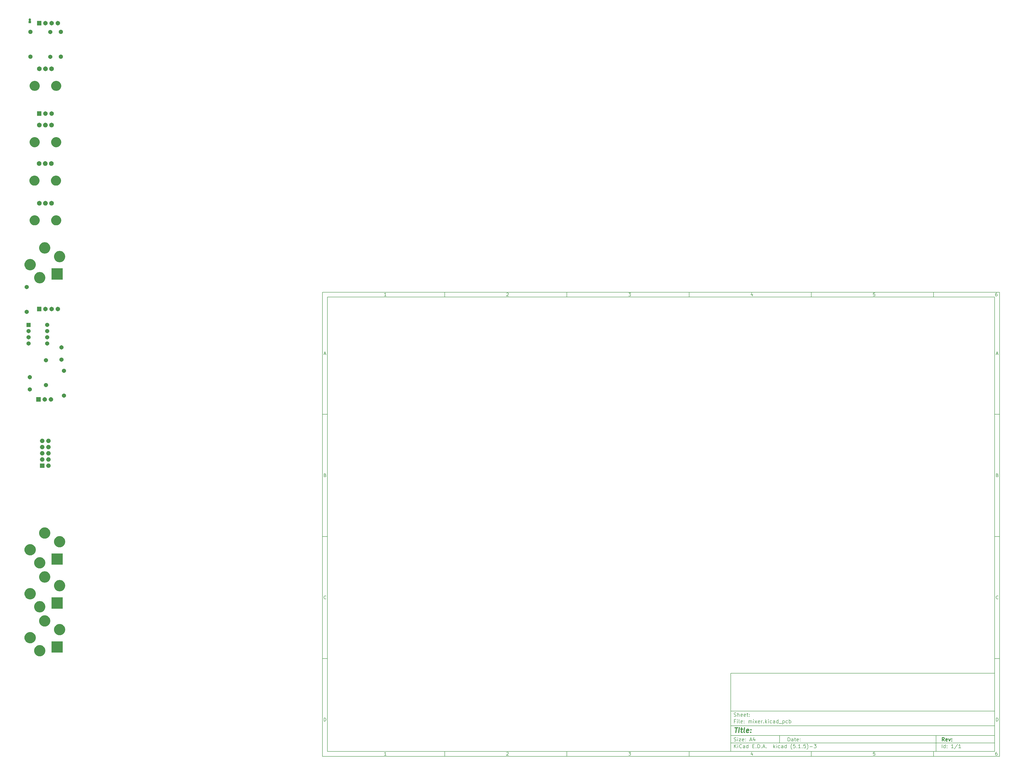
<source format=gbr>
G04 #@! TF.GenerationSoftware,KiCad,Pcbnew,(5.1.5)-3*
G04 #@! TF.CreationDate,2020-05-25T14:27:01+01:00*
G04 #@! TF.ProjectId,mixer,6d697865-722e-46b6-9963-61645f706362,rev?*
G04 #@! TF.SameCoordinates,Original*
G04 #@! TF.FileFunction,Soldermask,Top*
G04 #@! TF.FilePolarity,Negative*
%FSLAX46Y46*%
G04 Gerber Fmt 4.6, Leading zero omitted, Abs format (unit mm)*
G04 Created by KiCad (PCBNEW (5.1.5)-3) date 2020-05-25 14:27:01*
%MOMM*%
%LPD*%
G04 APERTURE LIST*
%ADD10C,0.100000*%
%ADD11C,0.150000*%
%ADD12C,0.300000*%
%ADD13C,0.400000*%
G04 APERTURE END LIST*
D10*
D11*
X177002200Y-166007200D02*
X177002200Y-198007200D01*
X285002200Y-198007200D01*
X285002200Y-166007200D01*
X177002200Y-166007200D01*
D10*
D11*
X10000000Y-10000000D02*
X10000000Y-200007200D01*
X287002200Y-200007200D01*
X287002200Y-10000000D01*
X10000000Y-10000000D01*
D10*
D11*
X12000000Y-12000000D02*
X12000000Y-198007200D01*
X285002200Y-198007200D01*
X285002200Y-12000000D01*
X12000000Y-12000000D01*
D10*
D11*
X60000000Y-12000000D02*
X60000000Y-10000000D01*
D10*
D11*
X110000000Y-12000000D02*
X110000000Y-10000000D01*
D10*
D11*
X160000000Y-12000000D02*
X160000000Y-10000000D01*
D10*
D11*
X210000000Y-12000000D02*
X210000000Y-10000000D01*
D10*
D11*
X260000000Y-12000000D02*
X260000000Y-10000000D01*
D10*
D11*
X36065476Y-11588095D02*
X35322619Y-11588095D01*
X35694047Y-11588095D02*
X35694047Y-10288095D01*
X35570238Y-10473809D01*
X35446428Y-10597619D01*
X35322619Y-10659523D01*
D10*
D11*
X85322619Y-10411904D02*
X85384523Y-10350000D01*
X85508333Y-10288095D01*
X85817857Y-10288095D01*
X85941666Y-10350000D01*
X86003571Y-10411904D01*
X86065476Y-10535714D01*
X86065476Y-10659523D01*
X86003571Y-10845238D01*
X85260714Y-11588095D01*
X86065476Y-11588095D01*
D10*
D11*
X135260714Y-10288095D02*
X136065476Y-10288095D01*
X135632142Y-10783333D01*
X135817857Y-10783333D01*
X135941666Y-10845238D01*
X136003571Y-10907142D01*
X136065476Y-11030952D01*
X136065476Y-11340476D01*
X136003571Y-11464285D01*
X135941666Y-11526190D01*
X135817857Y-11588095D01*
X135446428Y-11588095D01*
X135322619Y-11526190D01*
X135260714Y-11464285D01*
D10*
D11*
X185941666Y-10721428D02*
X185941666Y-11588095D01*
X185632142Y-10226190D02*
X185322619Y-11154761D01*
X186127380Y-11154761D01*
D10*
D11*
X236003571Y-10288095D02*
X235384523Y-10288095D01*
X235322619Y-10907142D01*
X235384523Y-10845238D01*
X235508333Y-10783333D01*
X235817857Y-10783333D01*
X235941666Y-10845238D01*
X236003571Y-10907142D01*
X236065476Y-11030952D01*
X236065476Y-11340476D01*
X236003571Y-11464285D01*
X235941666Y-11526190D01*
X235817857Y-11588095D01*
X235508333Y-11588095D01*
X235384523Y-11526190D01*
X235322619Y-11464285D01*
D10*
D11*
X285941666Y-10288095D02*
X285694047Y-10288095D01*
X285570238Y-10350000D01*
X285508333Y-10411904D01*
X285384523Y-10597619D01*
X285322619Y-10845238D01*
X285322619Y-11340476D01*
X285384523Y-11464285D01*
X285446428Y-11526190D01*
X285570238Y-11588095D01*
X285817857Y-11588095D01*
X285941666Y-11526190D01*
X286003571Y-11464285D01*
X286065476Y-11340476D01*
X286065476Y-11030952D01*
X286003571Y-10907142D01*
X285941666Y-10845238D01*
X285817857Y-10783333D01*
X285570238Y-10783333D01*
X285446428Y-10845238D01*
X285384523Y-10907142D01*
X285322619Y-11030952D01*
D10*
D11*
X60000000Y-198007200D02*
X60000000Y-200007200D01*
D10*
D11*
X110000000Y-198007200D02*
X110000000Y-200007200D01*
D10*
D11*
X160000000Y-198007200D02*
X160000000Y-200007200D01*
D10*
D11*
X210000000Y-198007200D02*
X210000000Y-200007200D01*
D10*
D11*
X260000000Y-198007200D02*
X260000000Y-200007200D01*
D10*
D11*
X36065476Y-199595295D02*
X35322619Y-199595295D01*
X35694047Y-199595295D02*
X35694047Y-198295295D01*
X35570238Y-198481009D01*
X35446428Y-198604819D01*
X35322619Y-198666723D01*
D10*
D11*
X85322619Y-198419104D02*
X85384523Y-198357200D01*
X85508333Y-198295295D01*
X85817857Y-198295295D01*
X85941666Y-198357200D01*
X86003571Y-198419104D01*
X86065476Y-198542914D01*
X86065476Y-198666723D01*
X86003571Y-198852438D01*
X85260714Y-199595295D01*
X86065476Y-199595295D01*
D10*
D11*
X135260714Y-198295295D02*
X136065476Y-198295295D01*
X135632142Y-198790533D01*
X135817857Y-198790533D01*
X135941666Y-198852438D01*
X136003571Y-198914342D01*
X136065476Y-199038152D01*
X136065476Y-199347676D01*
X136003571Y-199471485D01*
X135941666Y-199533390D01*
X135817857Y-199595295D01*
X135446428Y-199595295D01*
X135322619Y-199533390D01*
X135260714Y-199471485D01*
D10*
D11*
X185941666Y-198728628D02*
X185941666Y-199595295D01*
X185632142Y-198233390D02*
X185322619Y-199161961D01*
X186127380Y-199161961D01*
D10*
D11*
X236003571Y-198295295D02*
X235384523Y-198295295D01*
X235322619Y-198914342D01*
X235384523Y-198852438D01*
X235508333Y-198790533D01*
X235817857Y-198790533D01*
X235941666Y-198852438D01*
X236003571Y-198914342D01*
X236065476Y-199038152D01*
X236065476Y-199347676D01*
X236003571Y-199471485D01*
X235941666Y-199533390D01*
X235817857Y-199595295D01*
X235508333Y-199595295D01*
X235384523Y-199533390D01*
X235322619Y-199471485D01*
D10*
D11*
X285941666Y-198295295D02*
X285694047Y-198295295D01*
X285570238Y-198357200D01*
X285508333Y-198419104D01*
X285384523Y-198604819D01*
X285322619Y-198852438D01*
X285322619Y-199347676D01*
X285384523Y-199471485D01*
X285446428Y-199533390D01*
X285570238Y-199595295D01*
X285817857Y-199595295D01*
X285941666Y-199533390D01*
X286003571Y-199471485D01*
X286065476Y-199347676D01*
X286065476Y-199038152D01*
X286003571Y-198914342D01*
X285941666Y-198852438D01*
X285817857Y-198790533D01*
X285570238Y-198790533D01*
X285446428Y-198852438D01*
X285384523Y-198914342D01*
X285322619Y-199038152D01*
D10*
D11*
X10000000Y-60000000D02*
X12000000Y-60000000D01*
D10*
D11*
X10000000Y-110000000D02*
X12000000Y-110000000D01*
D10*
D11*
X10000000Y-160000000D02*
X12000000Y-160000000D01*
D10*
D11*
X10690476Y-35216666D02*
X11309523Y-35216666D01*
X10566666Y-35588095D02*
X11000000Y-34288095D01*
X11433333Y-35588095D01*
D10*
D11*
X11092857Y-84907142D02*
X11278571Y-84969047D01*
X11340476Y-85030952D01*
X11402380Y-85154761D01*
X11402380Y-85340476D01*
X11340476Y-85464285D01*
X11278571Y-85526190D01*
X11154761Y-85588095D01*
X10659523Y-85588095D01*
X10659523Y-84288095D01*
X11092857Y-84288095D01*
X11216666Y-84350000D01*
X11278571Y-84411904D01*
X11340476Y-84535714D01*
X11340476Y-84659523D01*
X11278571Y-84783333D01*
X11216666Y-84845238D01*
X11092857Y-84907142D01*
X10659523Y-84907142D01*
D10*
D11*
X11402380Y-135464285D02*
X11340476Y-135526190D01*
X11154761Y-135588095D01*
X11030952Y-135588095D01*
X10845238Y-135526190D01*
X10721428Y-135402380D01*
X10659523Y-135278571D01*
X10597619Y-135030952D01*
X10597619Y-134845238D01*
X10659523Y-134597619D01*
X10721428Y-134473809D01*
X10845238Y-134350000D01*
X11030952Y-134288095D01*
X11154761Y-134288095D01*
X11340476Y-134350000D01*
X11402380Y-134411904D01*
D10*
D11*
X10659523Y-185588095D02*
X10659523Y-184288095D01*
X10969047Y-184288095D01*
X11154761Y-184350000D01*
X11278571Y-184473809D01*
X11340476Y-184597619D01*
X11402380Y-184845238D01*
X11402380Y-185030952D01*
X11340476Y-185278571D01*
X11278571Y-185402380D01*
X11154761Y-185526190D01*
X10969047Y-185588095D01*
X10659523Y-185588095D01*
D10*
D11*
X287002200Y-60000000D02*
X285002200Y-60000000D01*
D10*
D11*
X287002200Y-110000000D02*
X285002200Y-110000000D01*
D10*
D11*
X287002200Y-160000000D02*
X285002200Y-160000000D01*
D10*
D11*
X285692676Y-35216666D02*
X286311723Y-35216666D01*
X285568866Y-35588095D02*
X286002200Y-34288095D01*
X286435533Y-35588095D01*
D10*
D11*
X286095057Y-84907142D02*
X286280771Y-84969047D01*
X286342676Y-85030952D01*
X286404580Y-85154761D01*
X286404580Y-85340476D01*
X286342676Y-85464285D01*
X286280771Y-85526190D01*
X286156961Y-85588095D01*
X285661723Y-85588095D01*
X285661723Y-84288095D01*
X286095057Y-84288095D01*
X286218866Y-84350000D01*
X286280771Y-84411904D01*
X286342676Y-84535714D01*
X286342676Y-84659523D01*
X286280771Y-84783333D01*
X286218866Y-84845238D01*
X286095057Y-84907142D01*
X285661723Y-84907142D01*
D10*
D11*
X286404580Y-135464285D02*
X286342676Y-135526190D01*
X286156961Y-135588095D01*
X286033152Y-135588095D01*
X285847438Y-135526190D01*
X285723628Y-135402380D01*
X285661723Y-135278571D01*
X285599819Y-135030952D01*
X285599819Y-134845238D01*
X285661723Y-134597619D01*
X285723628Y-134473809D01*
X285847438Y-134350000D01*
X286033152Y-134288095D01*
X286156961Y-134288095D01*
X286342676Y-134350000D01*
X286404580Y-134411904D01*
D10*
D11*
X285661723Y-185588095D02*
X285661723Y-184288095D01*
X285971247Y-184288095D01*
X286156961Y-184350000D01*
X286280771Y-184473809D01*
X286342676Y-184597619D01*
X286404580Y-184845238D01*
X286404580Y-185030952D01*
X286342676Y-185278571D01*
X286280771Y-185402380D01*
X286156961Y-185526190D01*
X285971247Y-185588095D01*
X285661723Y-185588095D01*
D10*
D11*
X200434342Y-193785771D02*
X200434342Y-192285771D01*
X200791485Y-192285771D01*
X201005771Y-192357200D01*
X201148628Y-192500057D01*
X201220057Y-192642914D01*
X201291485Y-192928628D01*
X201291485Y-193142914D01*
X201220057Y-193428628D01*
X201148628Y-193571485D01*
X201005771Y-193714342D01*
X200791485Y-193785771D01*
X200434342Y-193785771D01*
X202577200Y-193785771D02*
X202577200Y-193000057D01*
X202505771Y-192857200D01*
X202362914Y-192785771D01*
X202077200Y-192785771D01*
X201934342Y-192857200D01*
X202577200Y-193714342D02*
X202434342Y-193785771D01*
X202077200Y-193785771D01*
X201934342Y-193714342D01*
X201862914Y-193571485D01*
X201862914Y-193428628D01*
X201934342Y-193285771D01*
X202077200Y-193214342D01*
X202434342Y-193214342D01*
X202577200Y-193142914D01*
X203077200Y-192785771D02*
X203648628Y-192785771D01*
X203291485Y-192285771D02*
X203291485Y-193571485D01*
X203362914Y-193714342D01*
X203505771Y-193785771D01*
X203648628Y-193785771D01*
X204720057Y-193714342D02*
X204577200Y-193785771D01*
X204291485Y-193785771D01*
X204148628Y-193714342D01*
X204077200Y-193571485D01*
X204077200Y-193000057D01*
X204148628Y-192857200D01*
X204291485Y-192785771D01*
X204577200Y-192785771D01*
X204720057Y-192857200D01*
X204791485Y-193000057D01*
X204791485Y-193142914D01*
X204077200Y-193285771D01*
X205434342Y-193642914D02*
X205505771Y-193714342D01*
X205434342Y-193785771D01*
X205362914Y-193714342D01*
X205434342Y-193642914D01*
X205434342Y-193785771D01*
X205434342Y-192857200D02*
X205505771Y-192928628D01*
X205434342Y-193000057D01*
X205362914Y-192928628D01*
X205434342Y-192857200D01*
X205434342Y-193000057D01*
D10*
D11*
X177002200Y-194507200D02*
X285002200Y-194507200D01*
D10*
D11*
X178434342Y-196585771D02*
X178434342Y-195085771D01*
X179291485Y-196585771D02*
X178648628Y-195728628D01*
X179291485Y-195085771D02*
X178434342Y-195942914D01*
X179934342Y-196585771D02*
X179934342Y-195585771D01*
X179934342Y-195085771D02*
X179862914Y-195157200D01*
X179934342Y-195228628D01*
X180005771Y-195157200D01*
X179934342Y-195085771D01*
X179934342Y-195228628D01*
X181505771Y-196442914D02*
X181434342Y-196514342D01*
X181220057Y-196585771D01*
X181077200Y-196585771D01*
X180862914Y-196514342D01*
X180720057Y-196371485D01*
X180648628Y-196228628D01*
X180577200Y-195942914D01*
X180577200Y-195728628D01*
X180648628Y-195442914D01*
X180720057Y-195300057D01*
X180862914Y-195157200D01*
X181077200Y-195085771D01*
X181220057Y-195085771D01*
X181434342Y-195157200D01*
X181505771Y-195228628D01*
X182791485Y-196585771D02*
X182791485Y-195800057D01*
X182720057Y-195657200D01*
X182577200Y-195585771D01*
X182291485Y-195585771D01*
X182148628Y-195657200D01*
X182791485Y-196514342D02*
X182648628Y-196585771D01*
X182291485Y-196585771D01*
X182148628Y-196514342D01*
X182077200Y-196371485D01*
X182077200Y-196228628D01*
X182148628Y-196085771D01*
X182291485Y-196014342D01*
X182648628Y-196014342D01*
X182791485Y-195942914D01*
X184148628Y-196585771D02*
X184148628Y-195085771D01*
X184148628Y-196514342D02*
X184005771Y-196585771D01*
X183720057Y-196585771D01*
X183577200Y-196514342D01*
X183505771Y-196442914D01*
X183434342Y-196300057D01*
X183434342Y-195871485D01*
X183505771Y-195728628D01*
X183577200Y-195657200D01*
X183720057Y-195585771D01*
X184005771Y-195585771D01*
X184148628Y-195657200D01*
X186005771Y-195800057D02*
X186505771Y-195800057D01*
X186720057Y-196585771D02*
X186005771Y-196585771D01*
X186005771Y-195085771D01*
X186720057Y-195085771D01*
X187362914Y-196442914D02*
X187434342Y-196514342D01*
X187362914Y-196585771D01*
X187291485Y-196514342D01*
X187362914Y-196442914D01*
X187362914Y-196585771D01*
X188077200Y-196585771D02*
X188077200Y-195085771D01*
X188434342Y-195085771D01*
X188648628Y-195157200D01*
X188791485Y-195300057D01*
X188862914Y-195442914D01*
X188934342Y-195728628D01*
X188934342Y-195942914D01*
X188862914Y-196228628D01*
X188791485Y-196371485D01*
X188648628Y-196514342D01*
X188434342Y-196585771D01*
X188077200Y-196585771D01*
X189577200Y-196442914D02*
X189648628Y-196514342D01*
X189577200Y-196585771D01*
X189505771Y-196514342D01*
X189577200Y-196442914D01*
X189577200Y-196585771D01*
X190220057Y-196157200D02*
X190934342Y-196157200D01*
X190077200Y-196585771D02*
X190577200Y-195085771D01*
X191077200Y-196585771D01*
X191577200Y-196442914D02*
X191648628Y-196514342D01*
X191577200Y-196585771D01*
X191505771Y-196514342D01*
X191577200Y-196442914D01*
X191577200Y-196585771D01*
X194577200Y-196585771D02*
X194577200Y-195085771D01*
X194720057Y-196014342D02*
X195148628Y-196585771D01*
X195148628Y-195585771D02*
X194577200Y-196157200D01*
X195791485Y-196585771D02*
X195791485Y-195585771D01*
X195791485Y-195085771D02*
X195720057Y-195157200D01*
X195791485Y-195228628D01*
X195862914Y-195157200D01*
X195791485Y-195085771D01*
X195791485Y-195228628D01*
X197148628Y-196514342D02*
X197005771Y-196585771D01*
X196720057Y-196585771D01*
X196577200Y-196514342D01*
X196505771Y-196442914D01*
X196434342Y-196300057D01*
X196434342Y-195871485D01*
X196505771Y-195728628D01*
X196577200Y-195657200D01*
X196720057Y-195585771D01*
X197005771Y-195585771D01*
X197148628Y-195657200D01*
X198434342Y-196585771D02*
X198434342Y-195800057D01*
X198362914Y-195657200D01*
X198220057Y-195585771D01*
X197934342Y-195585771D01*
X197791485Y-195657200D01*
X198434342Y-196514342D02*
X198291485Y-196585771D01*
X197934342Y-196585771D01*
X197791485Y-196514342D01*
X197720057Y-196371485D01*
X197720057Y-196228628D01*
X197791485Y-196085771D01*
X197934342Y-196014342D01*
X198291485Y-196014342D01*
X198434342Y-195942914D01*
X199791485Y-196585771D02*
X199791485Y-195085771D01*
X199791485Y-196514342D02*
X199648628Y-196585771D01*
X199362914Y-196585771D01*
X199220057Y-196514342D01*
X199148628Y-196442914D01*
X199077200Y-196300057D01*
X199077200Y-195871485D01*
X199148628Y-195728628D01*
X199220057Y-195657200D01*
X199362914Y-195585771D01*
X199648628Y-195585771D01*
X199791485Y-195657200D01*
X202077200Y-197157200D02*
X202005771Y-197085771D01*
X201862914Y-196871485D01*
X201791485Y-196728628D01*
X201720057Y-196514342D01*
X201648628Y-196157200D01*
X201648628Y-195871485D01*
X201720057Y-195514342D01*
X201791485Y-195300057D01*
X201862914Y-195157200D01*
X202005771Y-194942914D01*
X202077200Y-194871485D01*
X203362914Y-195085771D02*
X202648628Y-195085771D01*
X202577200Y-195800057D01*
X202648628Y-195728628D01*
X202791485Y-195657200D01*
X203148628Y-195657200D01*
X203291485Y-195728628D01*
X203362914Y-195800057D01*
X203434342Y-195942914D01*
X203434342Y-196300057D01*
X203362914Y-196442914D01*
X203291485Y-196514342D01*
X203148628Y-196585771D01*
X202791485Y-196585771D01*
X202648628Y-196514342D01*
X202577200Y-196442914D01*
X204077200Y-196442914D02*
X204148628Y-196514342D01*
X204077200Y-196585771D01*
X204005771Y-196514342D01*
X204077200Y-196442914D01*
X204077200Y-196585771D01*
X205577200Y-196585771D02*
X204720057Y-196585771D01*
X205148628Y-196585771D02*
X205148628Y-195085771D01*
X205005771Y-195300057D01*
X204862914Y-195442914D01*
X204720057Y-195514342D01*
X206220057Y-196442914D02*
X206291485Y-196514342D01*
X206220057Y-196585771D01*
X206148628Y-196514342D01*
X206220057Y-196442914D01*
X206220057Y-196585771D01*
X207648628Y-195085771D02*
X206934342Y-195085771D01*
X206862914Y-195800057D01*
X206934342Y-195728628D01*
X207077200Y-195657200D01*
X207434342Y-195657200D01*
X207577200Y-195728628D01*
X207648628Y-195800057D01*
X207720057Y-195942914D01*
X207720057Y-196300057D01*
X207648628Y-196442914D01*
X207577200Y-196514342D01*
X207434342Y-196585771D01*
X207077200Y-196585771D01*
X206934342Y-196514342D01*
X206862914Y-196442914D01*
X208220057Y-197157200D02*
X208291485Y-197085771D01*
X208434342Y-196871485D01*
X208505771Y-196728628D01*
X208577200Y-196514342D01*
X208648628Y-196157200D01*
X208648628Y-195871485D01*
X208577200Y-195514342D01*
X208505771Y-195300057D01*
X208434342Y-195157200D01*
X208291485Y-194942914D01*
X208220057Y-194871485D01*
X209362914Y-196014342D02*
X210505771Y-196014342D01*
X211077200Y-195085771D02*
X212005771Y-195085771D01*
X211505771Y-195657200D01*
X211720057Y-195657200D01*
X211862914Y-195728628D01*
X211934342Y-195800057D01*
X212005771Y-195942914D01*
X212005771Y-196300057D01*
X211934342Y-196442914D01*
X211862914Y-196514342D01*
X211720057Y-196585771D01*
X211291485Y-196585771D01*
X211148628Y-196514342D01*
X211077200Y-196442914D01*
D10*
D11*
X177002200Y-191507200D02*
X285002200Y-191507200D01*
D10*
D12*
X264411485Y-193785771D02*
X263911485Y-193071485D01*
X263554342Y-193785771D02*
X263554342Y-192285771D01*
X264125771Y-192285771D01*
X264268628Y-192357200D01*
X264340057Y-192428628D01*
X264411485Y-192571485D01*
X264411485Y-192785771D01*
X264340057Y-192928628D01*
X264268628Y-193000057D01*
X264125771Y-193071485D01*
X263554342Y-193071485D01*
X265625771Y-193714342D02*
X265482914Y-193785771D01*
X265197200Y-193785771D01*
X265054342Y-193714342D01*
X264982914Y-193571485D01*
X264982914Y-193000057D01*
X265054342Y-192857200D01*
X265197200Y-192785771D01*
X265482914Y-192785771D01*
X265625771Y-192857200D01*
X265697200Y-193000057D01*
X265697200Y-193142914D01*
X264982914Y-193285771D01*
X266197200Y-192785771D02*
X266554342Y-193785771D01*
X266911485Y-192785771D01*
X267482914Y-193642914D02*
X267554342Y-193714342D01*
X267482914Y-193785771D01*
X267411485Y-193714342D01*
X267482914Y-193642914D01*
X267482914Y-193785771D01*
X267482914Y-192857200D02*
X267554342Y-192928628D01*
X267482914Y-193000057D01*
X267411485Y-192928628D01*
X267482914Y-192857200D01*
X267482914Y-193000057D01*
D10*
D11*
X178362914Y-193714342D02*
X178577200Y-193785771D01*
X178934342Y-193785771D01*
X179077200Y-193714342D01*
X179148628Y-193642914D01*
X179220057Y-193500057D01*
X179220057Y-193357200D01*
X179148628Y-193214342D01*
X179077200Y-193142914D01*
X178934342Y-193071485D01*
X178648628Y-193000057D01*
X178505771Y-192928628D01*
X178434342Y-192857200D01*
X178362914Y-192714342D01*
X178362914Y-192571485D01*
X178434342Y-192428628D01*
X178505771Y-192357200D01*
X178648628Y-192285771D01*
X179005771Y-192285771D01*
X179220057Y-192357200D01*
X179862914Y-193785771D02*
X179862914Y-192785771D01*
X179862914Y-192285771D02*
X179791485Y-192357200D01*
X179862914Y-192428628D01*
X179934342Y-192357200D01*
X179862914Y-192285771D01*
X179862914Y-192428628D01*
X180434342Y-192785771D02*
X181220057Y-192785771D01*
X180434342Y-193785771D01*
X181220057Y-193785771D01*
X182362914Y-193714342D02*
X182220057Y-193785771D01*
X181934342Y-193785771D01*
X181791485Y-193714342D01*
X181720057Y-193571485D01*
X181720057Y-193000057D01*
X181791485Y-192857200D01*
X181934342Y-192785771D01*
X182220057Y-192785771D01*
X182362914Y-192857200D01*
X182434342Y-193000057D01*
X182434342Y-193142914D01*
X181720057Y-193285771D01*
X183077200Y-193642914D02*
X183148628Y-193714342D01*
X183077200Y-193785771D01*
X183005771Y-193714342D01*
X183077200Y-193642914D01*
X183077200Y-193785771D01*
X183077200Y-192857200D02*
X183148628Y-192928628D01*
X183077200Y-193000057D01*
X183005771Y-192928628D01*
X183077200Y-192857200D01*
X183077200Y-193000057D01*
X184862914Y-193357200D02*
X185577200Y-193357200D01*
X184720057Y-193785771D02*
X185220057Y-192285771D01*
X185720057Y-193785771D01*
X186862914Y-192785771D02*
X186862914Y-193785771D01*
X186505771Y-192214342D02*
X186148628Y-193285771D01*
X187077200Y-193285771D01*
D10*
D11*
X263434342Y-196585771D02*
X263434342Y-195085771D01*
X264791485Y-196585771D02*
X264791485Y-195085771D01*
X264791485Y-196514342D02*
X264648628Y-196585771D01*
X264362914Y-196585771D01*
X264220057Y-196514342D01*
X264148628Y-196442914D01*
X264077200Y-196300057D01*
X264077200Y-195871485D01*
X264148628Y-195728628D01*
X264220057Y-195657200D01*
X264362914Y-195585771D01*
X264648628Y-195585771D01*
X264791485Y-195657200D01*
X265505771Y-196442914D02*
X265577200Y-196514342D01*
X265505771Y-196585771D01*
X265434342Y-196514342D01*
X265505771Y-196442914D01*
X265505771Y-196585771D01*
X265505771Y-195657200D02*
X265577200Y-195728628D01*
X265505771Y-195800057D01*
X265434342Y-195728628D01*
X265505771Y-195657200D01*
X265505771Y-195800057D01*
X268148628Y-196585771D02*
X267291485Y-196585771D01*
X267720057Y-196585771D02*
X267720057Y-195085771D01*
X267577200Y-195300057D01*
X267434342Y-195442914D01*
X267291485Y-195514342D01*
X269862914Y-195014342D02*
X268577200Y-196942914D01*
X271148628Y-196585771D02*
X270291485Y-196585771D01*
X270720057Y-196585771D02*
X270720057Y-195085771D01*
X270577200Y-195300057D01*
X270434342Y-195442914D01*
X270291485Y-195514342D01*
D10*
D11*
X177002200Y-187507200D02*
X285002200Y-187507200D01*
D10*
D13*
X178714580Y-188211961D02*
X179857438Y-188211961D01*
X179036009Y-190211961D02*
X179286009Y-188211961D01*
X180274104Y-190211961D02*
X180440771Y-188878628D01*
X180524104Y-188211961D02*
X180416961Y-188307200D01*
X180500295Y-188402438D01*
X180607438Y-188307200D01*
X180524104Y-188211961D01*
X180500295Y-188402438D01*
X181107438Y-188878628D02*
X181869342Y-188878628D01*
X181476485Y-188211961D02*
X181262200Y-189926247D01*
X181333628Y-190116723D01*
X181512200Y-190211961D01*
X181702676Y-190211961D01*
X182655057Y-190211961D02*
X182476485Y-190116723D01*
X182405057Y-189926247D01*
X182619342Y-188211961D01*
X184190771Y-190116723D02*
X183988390Y-190211961D01*
X183607438Y-190211961D01*
X183428866Y-190116723D01*
X183357438Y-189926247D01*
X183452676Y-189164342D01*
X183571723Y-188973866D01*
X183774104Y-188878628D01*
X184155057Y-188878628D01*
X184333628Y-188973866D01*
X184405057Y-189164342D01*
X184381247Y-189354819D01*
X183405057Y-189545295D01*
X185155057Y-190021485D02*
X185238390Y-190116723D01*
X185131247Y-190211961D01*
X185047914Y-190116723D01*
X185155057Y-190021485D01*
X185131247Y-190211961D01*
X185286009Y-188973866D02*
X185369342Y-189069104D01*
X185262200Y-189164342D01*
X185178866Y-189069104D01*
X185286009Y-188973866D01*
X185262200Y-189164342D01*
D10*
D11*
X178934342Y-185600057D02*
X178434342Y-185600057D01*
X178434342Y-186385771D02*
X178434342Y-184885771D01*
X179148628Y-184885771D01*
X179720057Y-186385771D02*
X179720057Y-185385771D01*
X179720057Y-184885771D02*
X179648628Y-184957200D01*
X179720057Y-185028628D01*
X179791485Y-184957200D01*
X179720057Y-184885771D01*
X179720057Y-185028628D01*
X180648628Y-186385771D02*
X180505771Y-186314342D01*
X180434342Y-186171485D01*
X180434342Y-184885771D01*
X181791485Y-186314342D02*
X181648628Y-186385771D01*
X181362914Y-186385771D01*
X181220057Y-186314342D01*
X181148628Y-186171485D01*
X181148628Y-185600057D01*
X181220057Y-185457200D01*
X181362914Y-185385771D01*
X181648628Y-185385771D01*
X181791485Y-185457200D01*
X181862914Y-185600057D01*
X181862914Y-185742914D01*
X181148628Y-185885771D01*
X182505771Y-186242914D02*
X182577200Y-186314342D01*
X182505771Y-186385771D01*
X182434342Y-186314342D01*
X182505771Y-186242914D01*
X182505771Y-186385771D01*
X182505771Y-185457200D02*
X182577200Y-185528628D01*
X182505771Y-185600057D01*
X182434342Y-185528628D01*
X182505771Y-185457200D01*
X182505771Y-185600057D01*
X184362914Y-186385771D02*
X184362914Y-185385771D01*
X184362914Y-185528628D02*
X184434342Y-185457200D01*
X184577200Y-185385771D01*
X184791485Y-185385771D01*
X184934342Y-185457200D01*
X185005771Y-185600057D01*
X185005771Y-186385771D01*
X185005771Y-185600057D02*
X185077200Y-185457200D01*
X185220057Y-185385771D01*
X185434342Y-185385771D01*
X185577200Y-185457200D01*
X185648628Y-185600057D01*
X185648628Y-186385771D01*
X186362914Y-186385771D02*
X186362914Y-185385771D01*
X186362914Y-184885771D02*
X186291485Y-184957200D01*
X186362914Y-185028628D01*
X186434342Y-184957200D01*
X186362914Y-184885771D01*
X186362914Y-185028628D01*
X186934342Y-186385771D02*
X187720057Y-185385771D01*
X186934342Y-185385771D02*
X187720057Y-186385771D01*
X188862914Y-186314342D02*
X188720057Y-186385771D01*
X188434342Y-186385771D01*
X188291485Y-186314342D01*
X188220057Y-186171485D01*
X188220057Y-185600057D01*
X188291485Y-185457200D01*
X188434342Y-185385771D01*
X188720057Y-185385771D01*
X188862914Y-185457200D01*
X188934342Y-185600057D01*
X188934342Y-185742914D01*
X188220057Y-185885771D01*
X189577200Y-186385771D02*
X189577200Y-185385771D01*
X189577200Y-185671485D02*
X189648628Y-185528628D01*
X189720057Y-185457200D01*
X189862914Y-185385771D01*
X190005771Y-185385771D01*
X190505771Y-186242914D02*
X190577200Y-186314342D01*
X190505771Y-186385771D01*
X190434342Y-186314342D01*
X190505771Y-186242914D01*
X190505771Y-186385771D01*
X191220057Y-186385771D02*
X191220057Y-184885771D01*
X191362914Y-185814342D02*
X191791485Y-186385771D01*
X191791485Y-185385771D02*
X191220057Y-185957200D01*
X192434342Y-186385771D02*
X192434342Y-185385771D01*
X192434342Y-184885771D02*
X192362914Y-184957200D01*
X192434342Y-185028628D01*
X192505771Y-184957200D01*
X192434342Y-184885771D01*
X192434342Y-185028628D01*
X193791485Y-186314342D02*
X193648628Y-186385771D01*
X193362914Y-186385771D01*
X193220057Y-186314342D01*
X193148628Y-186242914D01*
X193077200Y-186100057D01*
X193077200Y-185671485D01*
X193148628Y-185528628D01*
X193220057Y-185457200D01*
X193362914Y-185385771D01*
X193648628Y-185385771D01*
X193791485Y-185457200D01*
X195077200Y-186385771D02*
X195077200Y-185600057D01*
X195005771Y-185457200D01*
X194862914Y-185385771D01*
X194577200Y-185385771D01*
X194434342Y-185457200D01*
X195077200Y-186314342D02*
X194934342Y-186385771D01*
X194577200Y-186385771D01*
X194434342Y-186314342D01*
X194362914Y-186171485D01*
X194362914Y-186028628D01*
X194434342Y-185885771D01*
X194577200Y-185814342D01*
X194934342Y-185814342D01*
X195077200Y-185742914D01*
X196434342Y-186385771D02*
X196434342Y-184885771D01*
X196434342Y-186314342D02*
X196291485Y-186385771D01*
X196005771Y-186385771D01*
X195862914Y-186314342D01*
X195791485Y-186242914D01*
X195720057Y-186100057D01*
X195720057Y-185671485D01*
X195791485Y-185528628D01*
X195862914Y-185457200D01*
X196005771Y-185385771D01*
X196291485Y-185385771D01*
X196434342Y-185457200D01*
X196791485Y-186528628D02*
X197934342Y-186528628D01*
X198291485Y-185385771D02*
X198291485Y-186885771D01*
X198291485Y-185457200D02*
X198434342Y-185385771D01*
X198720057Y-185385771D01*
X198862914Y-185457200D01*
X198934342Y-185528628D01*
X199005771Y-185671485D01*
X199005771Y-186100057D01*
X198934342Y-186242914D01*
X198862914Y-186314342D01*
X198720057Y-186385771D01*
X198434342Y-186385771D01*
X198291485Y-186314342D01*
X200291485Y-186314342D02*
X200148628Y-186385771D01*
X199862914Y-186385771D01*
X199720057Y-186314342D01*
X199648628Y-186242914D01*
X199577200Y-186100057D01*
X199577200Y-185671485D01*
X199648628Y-185528628D01*
X199720057Y-185457200D01*
X199862914Y-185385771D01*
X200148628Y-185385771D01*
X200291485Y-185457200D01*
X200934342Y-186385771D02*
X200934342Y-184885771D01*
X200934342Y-185457200D02*
X201077200Y-185385771D01*
X201362914Y-185385771D01*
X201505771Y-185457200D01*
X201577200Y-185528628D01*
X201648628Y-185671485D01*
X201648628Y-186100057D01*
X201577200Y-186242914D01*
X201505771Y-186314342D01*
X201362914Y-186385771D01*
X201077200Y-186385771D01*
X200934342Y-186314342D01*
D10*
D11*
X177002200Y-181507200D02*
X285002200Y-181507200D01*
D10*
D11*
X178362914Y-183614342D02*
X178577200Y-183685771D01*
X178934342Y-183685771D01*
X179077200Y-183614342D01*
X179148628Y-183542914D01*
X179220057Y-183400057D01*
X179220057Y-183257200D01*
X179148628Y-183114342D01*
X179077200Y-183042914D01*
X178934342Y-182971485D01*
X178648628Y-182900057D01*
X178505771Y-182828628D01*
X178434342Y-182757200D01*
X178362914Y-182614342D01*
X178362914Y-182471485D01*
X178434342Y-182328628D01*
X178505771Y-182257200D01*
X178648628Y-182185771D01*
X179005771Y-182185771D01*
X179220057Y-182257200D01*
X179862914Y-183685771D02*
X179862914Y-182185771D01*
X180505771Y-183685771D02*
X180505771Y-182900057D01*
X180434342Y-182757200D01*
X180291485Y-182685771D01*
X180077200Y-182685771D01*
X179934342Y-182757200D01*
X179862914Y-182828628D01*
X181791485Y-183614342D02*
X181648628Y-183685771D01*
X181362914Y-183685771D01*
X181220057Y-183614342D01*
X181148628Y-183471485D01*
X181148628Y-182900057D01*
X181220057Y-182757200D01*
X181362914Y-182685771D01*
X181648628Y-182685771D01*
X181791485Y-182757200D01*
X181862914Y-182900057D01*
X181862914Y-183042914D01*
X181148628Y-183185771D01*
X183077200Y-183614342D02*
X182934342Y-183685771D01*
X182648628Y-183685771D01*
X182505771Y-183614342D01*
X182434342Y-183471485D01*
X182434342Y-182900057D01*
X182505771Y-182757200D01*
X182648628Y-182685771D01*
X182934342Y-182685771D01*
X183077200Y-182757200D01*
X183148628Y-182900057D01*
X183148628Y-183042914D01*
X182434342Y-183185771D01*
X183577200Y-182685771D02*
X184148628Y-182685771D01*
X183791485Y-182185771D02*
X183791485Y-183471485D01*
X183862914Y-183614342D01*
X184005771Y-183685771D01*
X184148628Y-183685771D01*
X184648628Y-183542914D02*
X184720057Y-183614342D01*
X184648628Y-183685771D01*
X184577200Y-183614342D01*
X184648628Y-183542914D01*
X184648628Y-183685771D01*
X184648628Y-182757200D02*
X184720057Y-182828628D01*
X184648628Y-182900057D01*
X184577200Y-182828628D01*
X184648628Y-182757200D01*
X184648628Y-182900057D01*
D10*
D11*
X197002200Y-191507200D02*
X197002200Y-194507200D01*
D10*
D11*
X261002200Y-191507200D02*
X261002200Y-198007200D01*
D10*
G36*
X-105213097Y-154501213D02*
G01*
X-104990823Y-154545426D01*
X-104572068Y-154718880D01*
X-104195198Y-154970696D01*
X-103874696Y-155291198D01*
X-103622880Y-155668068D01*
X-103449426Y-156086823D01*
X-103361000Y-156531371D01*
X-103361000Y-156984629D01*
X-103449426Y-157429177D01*
X-103622880Y-157847932D01*
X-103874696Y-158224802D01*
X-104195198Y-158545304D01*
X-104572068Y-158797120D01*
X-104990823Y-158970574D01*
X-105213097Y-159014787D01*
X-105435370Y-159059000D01*
X-105888630Y-159059000D01*
X-106110903Y-159014787D01*
X-106333177Y-158970574D01*
X-106751932Y-158797120D01*
X-107128802Y-158545304D01*
X-107449304Y-158224802D01*
X-107701120Y-157847932D01*
X-107874574Y-157429177D01*
X-107963000Y-156984629D01*
X-107963000Y-156531371D01*
X-107874574Y-156086823D01*
X-107701120Y-155668068D01*
X-107449304Y-155291198D01*
X-107128802Y-154970696D01*
X-106751932Y-154718880D01*
X-106333177Y-154545426D01*
X-106110903Y-154501213D01*
X-105888630Y-154457000D01*
X-105435370Y-154457000D01*
X-105213097Y-154501213D01*
G37*
G36*
X-96249000Y-157535000D02*
G01*
X-100851000Y-157535000D01*
X-100851000Y-152933000D01*
X-96249000Y-152933000D01*
X-96249000Y-157535000D01*
G37*
G36*
X-109150097Y-149167213D02*
G01*
X-108927823Y-149211426D01*
X-108509068Y-149384880D01*
X-108132198Y-149636696D01*
X-107811696Y-149957198D01*
X-107559880Y-150334068D01*
X-107386426Y-150752823D01*
X-107298000Y-151197371D01*
X-107298000Y-151650629D01*
X-107386426Y-152095177D01*
X-107559880Y-152513932D01*
X-107811696Y-152890802D01*
X-108132198Y-153211304D01*
X-108509068Y-153463120D01*
X-108927823Y-153636574D01*
X-109150097Y-153680787D01*
X-109372370Y-153725000D01*
X-109825630Y-153725000D01*
X-110047903Y-153680787D01*
X-110270177Y-153636574D01*
X-110688932Y-153463120D01*
X-111065802Y-153211304D01*
X-111386304Y-152890802D01*
X-111638120Y-152513932D01*
X-111811574Y-152095177D01*
X-111900000Y-151650629D01*
X-111900000Y-151197371D01*
X-111811574Y-150752823D01*
X-111638120Y-150334068D01*
X-111386304Y-149957198D01*
X-111065802Y-149636696D01*
X-110688932Y-149384880D01*
X-110270177Y-149211426D01*
X-110047903Y-149167213D01*
X-109825630Y-149123000D01*
X-109372370Y-149123000D01*
X-109150097Y-149167213D01*
G37*
G36*
X-97085097Y-145865213D02*
G01*
X-96862823Y-145909426D01*
X-96444068Y-146082880D01*
X-96067198Y-146334696D01*
X-95746696Y-146655198D01*
X-95494880Y-147032068D01*
X-95321426Y-147450823D01*
X-95233000Y-147895371D01*
X-95233000Y-148348629D01*
X-95321426Y-148793177D01*
X-95494880Y-149211932D01*
X-95746696Y-149588802D01*
X-96067198Y-149909304D01*
X-96444068Y-150161120D01*
X-96862823Y-150334574D01*
X-97085097Y-150378787D01*
X-97307370Y-150423000D01*
X-97760630Y-150423000D01*
X-97982903Y-150378787D01*
X-98205177Y-150334574D01*
X-98623932Y-150161120D01*
X-99000802Y-149909304D01*
X-99321304Y-149588802D01*
X-99573120Y-149211932D01*
X-99746574Y-148793177D01*
X-99835000Y-148348629D01*
X-99835000Y-147895371D01*
X-99746574Y-147450823D01*
X-99573120Y-147032068D01*
X-99321304Y-146655198D01*
X-99000802Y-146334696D01*
X-98623932Y-146082880D01*
X-98205177Y-145909426D01*
X-97982903Y-145865213D01*
X-97760630Y-145821000D01*
X-97307370Y-145821000D01*
X-97085097Y-145865213D01*
G37*
G36*
X-103181097Y-142309213D02*
G01*
X-102958823Y-142353426D01*
X-102540068Y-142526880D01*
X-102163198Y-142778696D01*
X-101842696Y-143099198D01*
X-101590880Y-143476068D01*
X-101417426Y-143894823D01*
X-101329000Y-144339371D01*
X-101329000Y-144792629D01*
X-101417426Y-145237177D01*
X-101590880Y-145655932D01*
X-101842696Y-146032802D01*
X-102163198Y-146353304D01*
X-102540068Y-146605120D01*
X-102958823Y-146778574D01*
X-103181097Y-146822787D01*
X-103403370Y-146867000D01*
X-103856630Y-146867000D01*
X-104078903Y-146822787D01*
X-104301177Y-146778574D01*
X-104719932Y-146605120D01*
X-105096802Y-146353304D01*
X-105417304Y-146032802D01*
X-105669120Y-145655932D01*
X-105842574Y-145237177D01*
X-105931000Y-144792629D01*
X-105931000Y-144339371D01*
X-105842574Y-143894823D01*
X-105669120Y-143476068D01*
X-105417304Y-143099198D01*
X-105096802Y-142778696D01*
X-104719932Y-142526880D01*
X-104301177Y-142353426D01*
X-104078903Y-142309213D01*
X-103856630Y-142265000D01*
X-103403370Y-142265000D01*
X-103181097Y-142309213D01*
G37*
G36*
X-105213097Y-136501213D02*
G01*
X-104990823Y-136545426D01*
X-104572068Y-136718880D01*
X-104195198Y-136970696D01*
X-103874696Y-137291198D01*
X-103622880Y-137668068D01*
X-103449426Y-138086823D01*
X-103361000Y-138531371D01*
X-103361000Y-138984629D01*
X-103449426Y-139429177D01*
X-103622880Y-139847932D01*
X-103874696Y-140224802D01*
X-104195198Y-140545304D01*
X-104572068Y-140797120D01*
X-104990823Y-140970574D01*
X-105213097Y-141014787D01*
X-105435370Y-141059000D01*
X-105888630Y-141059000D01*
X-106110903Y-141014787D01*
X-106333177Y-140970574D01*
X-106751932Y-140797120D01*
X-107128802Y-140545304D01*
X-107449304Y-140224802D01*
X-107701120Y-139847932D01*
X-107874574Y-139429177D01*
X-107963000Y-138984629D01*
X-107963000Y-138531371D01*
X-107874574Y-138086823D01*
X-107701120Y-137668068D01*
X-107449304Y-137291198D01*
X-107128802Y-136970696D01*
X-106751932Y-136718880D01*
X-106333177Y-136545426D01*
X-106110903Y-136501213D01*
X-105888630Y-136457000D01*
X-105435370Y-136457000D01*
X-105213097Y-136501213D01*
G37*
G36*
X-96249000Y-139535000D02*
G01*
X-100851000Y-139535000D01*
X-100851000Y-134933000D01*
X-96249000Y-134933000D01*
X-96249000Y-139535000D01*
G37*
G36*
X-109150097Y-131167213D02*
G01*
X-108927823Y-131211426D01*
X-108509068Y-131384880D01*
X-108132198Y-131636696D01*
X-107811696Y-131957198D01*
X-107559880Y-132334068D01*
X-107386426Y-132752823D01*
X-107298000Y-133197371D01*
X-107298000Y-133650629D01*
X-107386426Y-134095177D01*
X-107559880Y-134513932D01*
X-107811696Y-134890802D01*
X-108132198Y-135211304D01*
X-108509068Y-135463120D01*
X-108927823Y-135636574D01*
X-109150097Y-135680787D01*
X-109372370Y-135725000D01*
X-109825630Y-135725000D01*
X-110047903Y-135680787D01*
X-110270177Y-135636574D01*
X-110688932Y-135463120D01*
X-111065802Y-135211304D01*
X-111386304Y-134890802D01*
X-111638120Y-134513932D01*
X-111811574Y-134095177D01*
X-111900000Y-133650629D01*
X-111900000Y-133197371D01*
X-111811574Y-132752823D01*
X-111638120Y-132334068D01*
X-111386304Y-131957198D01*
X-111065802Y-131636696D01*
X-110688932Y-131384880D01*
X-110270177Y-131211426D01*
X-110047903Y-131167213D01*
X-109825630Y-131123000D01*
X-109372370Y-131123000D01*
X-109150097Y-131167213D01*
G37*
G36*
X-97085097Y-127865213D02*
G01*
X-96862823Y-127909426D01*
X-96444068Y-128082880D01*
X-96067198Y-128334696D01*
X-95746696Y-128655198D01*
X-95494880Y-129032068D01*
X-95321426Y-129450823D01*
X-95233000Y-129895371D01*
X-95233000Y-130348629D01*
X-95321426Y-130793177D01*
X-95494880Y-131211932D01*
X-95746696Y-131588802D01*
X-96067198Y-131909304D01*
X-96444068Y-132161120D01*
X-96862823Y-132334574D01*
X-97085097Y-132378787D01*
X-97307370Y-132423000D01*
X-97760630Y-132423000D01*
X-97982903Y-132378787D01*
X-98205177Y-132334574D01*
X-98623932Y-132161120D01*
X-99000802Y-131909304D01*
X-99321304Y-131588802D01*
X-99573120Y-131211932D01*
X-99746574Y-130793177D01*
X-99835000Y-130348629D01*
X-99835000Y-129895371D01*
X-99746574Y-129450823D01*
X-99573120Y-129032068D01*
X-99321304Y-128655198D01*
X-99000802Y-128334696D01*
X-98623932Y-128082880D01*
X-98205177Y-127909426D01*
X-97982903Y-127865213D01*
X-97760630Y-127821000D01*
X-97307370Y-127821000D01*
X-97085097Y-127865213D01*
G37*
G36*
X-103181097Y-124309213D02*
G01*
X-102958823Y-124353426D01*
X-102540068Y-124526880D01*
X-102163198Y-124778696D01*
X-101842696Y-125099198D01*
X-101590880Y-125476068D01*
X-101417426Y-125894823D01*
X-101329000Y-126339371D01*
X-101329000Y-126792629D01*
X-101417426Y-127237177D01*
X-101590880Y-127655932D01*
X-101842696Y-128032802D01*
X-102163198Y-128353304D01*
X-102540068Y-128605120D01*
X-102958823Y-128778574D01*
X-103181097Y-128822787D01*
X-103403370Y-128867000D01*
X-103856630Y-128867000D01*
X-104078903Y-128822787D01*
X-104301177Y-128778574D01*
X-104719932Y-128605120D01*
X-105096802Y-128353304D01*
X-105417304Y-128032802D01*
X-105669120Y-127655932D01*
X-105842574Y-127237177D01*
X-105931000Y-126792629D01*
X-105931000Y-126339371D01*
X-105842574Y-125894823D01*
X-105669120Y-125476068D01*
X-105417304Y-125099198D01*
X-105096802Y-124778696D01*
X-104719932Y-124526880D01*
X-104301177Y-124353426D01*
X-104078903Y-124309213D01*
X-103856630Y-124265000D01*
X-103403370Y-124265000D01*
X-103181097Y-124309213D01*
G37*
G36*
X-105213097Y-118501213D02*
G01*
X-104990823Y-118545426D01*
X-104572068Y-118718880D01*
X-104195198Y-118970696D01*
X-103874696Y-119291198D01*
X-103622880Y-119668068D01*
X-103449426Y-120086823D01*
X-103361000Y-120531371D01*
X-103361000Y-120984629D01*
X-103449426Y-121429177D01*
X-103622880Y-121847932D01*
X-103874696Y-122224802D01*
X-104195198Y-122545304D01*
X-104572068Y-122797120D01*
X-104990823Y-122970574D01*
X-105213097Y-123014787D01*
X-105435370Y-123059000D01*
X-105888630Y-123059000D01*
X-106110903Y-123014787D01*
X-106333177Y-122970574D01*
X-106751932Y-122797120D01*
X-107128802Y-122545304D01*
X-107449304Y-122224802D01*
X-107701120Y-121847932D01*
X-107874574Y-121429177D01*
X-107963000Y-120984629D01*
X-107963000Y-120531371D01*
X-107874574Y-120086823D01*
X-107701120Y-119668068D01*
X-107449304Y-119291198D01*
X-107128802Y-118970696D01*
X-106751932Y-118718880D01*
X-106333177Y-118545426D01*
X-106110903Y-118501213D01*
X-105888630Y-118457000D01*
X-105435370Y-118457000D01*
X-105213097Y-118501213D01*
G37*
G36*
X-96249000Y-121535000D02*
G01*
X-100851000Y-121535000D01*
X-100851000Y-116933000D01*
X-96249000Y-116933000D01*
X-96249000Y-121535000D01*
G37*
G36*
X-109150097Y-113167213D02*
G01*
X-108927823Y-113211426D01*
X-108509068Y-113384880D01*
X-108132198Y-113636696D01*
X-107811696Y-113957198D01*
X-107559880Y-114334068D01*
X-107386426Y-114752823D01*
X-107298000Y-115197371D01*
X-107298000Y-115650629D01*
X-107386426Y-116095177D01*
X-107559880Y-116513932D01*
X-107811696Y-116890802D01*
X-108132198Y-117211304D01*
X-108509068Y-117463120D01*
X-108927823Y-117636574D01*
X-109150097Y-117680787D01*
X-109372370Y-117725000D01*
X-109825630Y-117725000D01*
X-110047903Y-117680787D01*
X-110270177Y-117636574D01*
X-110688932Y-117463120D01*
X-111065802Y-117211304D01*
X-111386304Y-116890802D01*
X-111638120Y-116513932D01*
X-111811574Y-116095177D01*
X-111900000Y-115650629D01*
X-111900000Y-115197371D01*
X-111811574Y-114752823D01*
X-111638120Y-114334068D01*
X-111386304Y-113957198D01*
X-111065802Y-113636696D01*
X-110688932Y-113384880D01*
X-110270177Y-113211426D01*
X-110047903Y-113167213D01*
X-109825630Y-113123000D01*
X-109372370Y-113123000D01*
X-109150097Y-113167213D01*
G37*
G36*
X-97085097Y-109865213D02*
G01*
X-96862823Y-109909426D01*
X-96444068Y-110082880D01*
X-96067198Y-110334696D01*
X-95746696Y-110655198D01*
X-95494880Y-111032068D01*
X-95321426Y-111450823D01*
X-95233000Y-111895371D01*
X-95233000Y-112348629D01*
X-95321426Y-112793177D01*
X-95494880Y-113211932D01*
X-95746696Y-113588802D01*
X-96067198Y-113909304D01*
X-96444068Y-114161120D01*
X-96862823Y-114334574D01*
X-97085097Y-114378787D01*
X-97307370Y-114423000D01*
X-97760630Y-114423000D01*
X-97982903Y-114378787D01*
X-98205177Y-114334574D01*
X-98623932Y-114161120D01*
X-99000802Y-113909304D01*
X-99321304Y-113588802D01*
X-99573120Y-113211932D01*
X-99746574Y-112793177D01*
X-99835000Y-112348629D01*
X-99835000Y-111895371D01*
X-99746574Y-111450823D01*
X-99573120Y-111032068D01*
X-99321304Y-110655198D01*
X-99000802Y-110334696D01*
X-98623932Y-110082880D01*
X-98205177Y-109909426D01*
X-97982903Y-109865213D01*
X-97760630Y-109821000D01*
X-97307370Y-109821000D01*
X-97085097Y-109865213D01*
G37*
G36*
X-103181097Y-106309213D02*
G01*
X-102958823Y-106353426D01*
X-102540068Y-106526880D01*
X-102163198Y-106778696D01*
X-101842696Y-107099198D01*
X-101590880Y-107476068D01*
X-101417426Y-107894823D01*
X-101329000Y-108339371D01*
X-101329000Y-108792629D01*
X-101417426Y-109237177D01*
X-101590880Y-109655932D01*
X-101842696Y-110032802D01*
X-102163198Y-110353304D01*
X-102540068Y-110605120D01*
X-102958823Y-110778574D01*
X-103181097Y-110822787D01*
X-103403370Y-110867000D01*
X-103856630Y-110867000D01*
X-104078903Y-110822787D01*
X-104301177Y-110778574D01*
X-104719932Y-110605120D01*
X-105096802Y-110353304D01*
X-105417304Y-110032802D01*
X-105669120Y-109655932D01*
X-105842574Y-109237177D01*
X-105931000Y-108792629D01*
X-105931000Y-108339371D01*
X-105842574Y-107894823D01*
X-105669120Y-107476068D01*
X-105417304Y-107099198D01*
X-105096802Y-106778696D01*
X-104719932Y-106526880D01*
X-104301177Y-106353426D01*
X-104078903Y-106309213D01*
X-103856630Y-106265000D01*
X-103403370Y-106265000D01*
X-103181097Y-106309213D01*
G37*
G36*
X-103733400Y-81940600D02*
G01*
X-105562600Y-81940600D01*
X-105562600Y-80111400D01*
X-103733400Y-80111400D01*
X-103733400Y-81940600D01*
G37*
G36*
X-101841222Y-80146547D02*
G01*
X-101674776Y-80215491D01*
X-101524978Y-80315583D01*
X-101397583Y-80442978D01*
X-101297491Y-80592776D01*
X-101228547Y-80759222D01*
X-101193400Y-80935918D01*
X-101193400Y-81116082D01*
X-101228547Y-81292778D01*
X-101297491Y-81459224D01*
X-101397583Y-81609022D01*
X-101524978Y-81736417D01*
X-101674776Y-81836509D01*
X-101841222Y-81905453D01*
X-102017918Y-81940600D01*
X-102198082Y-81940600D01*
X-102374778Y-81905453D01*
X-102541224Y-81836509D01*
X-102691022Y-81736417D01*
X-102818417Y-81609022D01*
X-102918509Y-81459224D01*
X-102987453Y-81292778D01*
X-103022600Y-81116082D01*
X-103022600Y-80935918D01*
X-102987453Y-80759222D01*
X-102918509Y-80592776D01*
X-102818417Y-80442978D01*
X-102691022Y-80315583D01*
X-102541224Y-80215491D01*
X-102374778Y-80146547D01*
X-102198082Y-80111400D01*
X-102017918Y-80111400D01*
X-101841222Y-80146547D01*
G37*
G36*
X-104381222Y-77606547D02*
G01*
X-104214776Y-77675491D01*
X-104064978Y-77775583D01*
X-103937583Y-77902978D01*
X-103837491Y-78052776D01*
X-103768547Y-78219222D01*
X-103733400Y-78395918D01*
X-103733400Y-78576082D01*
X-103768547Y-78752778D01*
X-103837491Y-78919224D01*
X-103937583Y-79069022D01*
X-104064978Y-79196417D01*
X-104214776Y-79296509D01*
X-104381222Y-79365453D01*
X-104557918Y-79400600D01*
X-104738082Y-79400600D01*
X-104914778Y-79365453D01*
X-105081224Y-79296509D01*
X-105231022Y-79196417D01*
X-105358417Y-79069022D01*
X-105458509Y-78919224D01*
X-105527453Y-78752778D01*
X-105562600Y-78576082D01*
X-105562600Y-78395918D01*
X-105527453Y-78219222D01*
X-105458509Y-78052776D01*
X-105358417Y-77902978D01*
X-105231022Y-77775583D01*
X-105081224Y-77675491D01*
X-104914778Y-77606547D01*
X-104738082Y-77571400D01*
X-104557918Y-77571400D01*
X-104381222Y-77606547D01*
G37*
G36*
X-101841222Y-77606547D02*
G01*
X-101674776Y-77675491D01*
X-101524978Y-77775583D01*
X-101397583Y-77902978D01*
X-101297491Y-78052776D01*
X-101228547Y-78219222D01*
X-101193400Y-78395918D01*
X-101193400Y-78576082D01*
X-101228547Y-78752778D01*
X-101297491Y-78919224D01*
X-101397583Y-79069022D01*
X-101524978Y-79196417D01*
X-101674776Y-79296509D01*
X-101841222Y-79365453D01*
X-102017918Y-79400600D01*
X-102198082Y-79400600D01*
X-102374778Y-79365453D01*
X-102541224Y-79296509D01*
X-102691022Y-79196417D01*
X-102818417Y-79069022D01*
X-102918509Y-78919224D01*
X-102987453Y-78752778D01*
X-103022600Y-78576082D01*
X-103022600Y-78395918D01*
X-102987453Y-78219222D01*
X-102918509Y-78052776D01*
X-102818417Y-77902978D01*
X-102691022Y-77775583D01*
X-102541224Y-77675491D01*
X-102374778Y-77606547D01*
X-102198082Y-77571400D01*
X-102017918Y-77571400D01*
X-101841222Y-77606547D01*
G37*
G36*
X-101841222Y-75066547D02*
G01*
X-101674776Y-75135491D01*
X-101524978Y-75235583D01*
X-101397583Y-75362978D01*
X-101297491Y-75512776D01*
X-101228547Y-75679222D01*
X-101193400Y-75855918D01*
X-101193400Y-76036082D01*
X-101228547Y-76212778D01*
X-101297491Y-76379224D01*
X-101397583Y-76529022D01*
X-101524978Y-76656417D01*
X-101674776Y-76756509D01*
X-101841222Y-76825453D01*
X-102017918Y-76860600D01*
X-102198082Y-76860600D01*
X-102374778Y-76825453D01*
X-102541224Y-76756509D01*
X-102691022Y-76656417D01*
X-102818417Y-76529022D01*
X-102918509Y-76379224D01*
X-102987453Y-76212778D01*
X-103022600Y-76036082D01*
X-103022600Y-75855918D01*
X-102987453Y-75679222D01*
X-102918509Y-75512776D01*
X-102818417Y-75362978D01*
X-102691022Y-75235583D01*
X-102541224Y-75135491D01*
X-102374778Y-75066547D01*
X-102198082Y-75031400D01*
X-102017918Y-75031400D01*
X-101841222Y-75066547D01*
G37*
G36*
X-104381222Y-75066547D02*
G01*
X-104214776Y-75135491D01*
X-104064978Y-75235583D01*
X-103937583Y-75362978D01*
X-103837491Y-75512776D01*
X-103768547Y-75679222D01*
X-103733400Y-75855918D01*
X-103733400Y-76036082D01*
X-103768547Y-76212778D01*
X-103837491Y-76379224D01*
X-103937583Y-76529022D01*
X-104064978Y-76656417D01*
X-104214776Y-76756509D01*
X-104381222Y-76825453D01*
X-104557918Y-76860600D01*
X-104738082Y-76860600D01*
X-104914778Y-76825453D01*
X-105081224Y-76756509D01*
X-105231022Y-76656417D01*
X-105358417Y-76529022D01*
X-105458509Y-76379224D01*
X-105527453Y-76212778D01*
X-105562600Y-76036082D01*
X-105562600Y-75855918D01*
X-105527453Y-75679222D01*
X-105458509Y-75512776D01*
X-105358417Y-75362978D01*
X-105231022Y-75235583D01*
X-105081224Y-75135491D01*
X-104914778Y-75066547D01*
X-104738082Y-75031400D01*
X-104557918Y-75031400D01*
X-104381222Y-75066547D01*
G37*
G36*
X-101841222Y-72526547D02*
G01*
X-101674776Y-72595491D01*
X-101524978Y-72695583D01*
X-101397583Y-72822978D01*
X-101297491Y-72972776D01*
X-101228547Y-73139222D01*
X-101193400Y-73315918D01*
X-101193400Y-73496082D01*
X-101228547Y-73672778D01*
X-101297491Y-73839224D01*
X-101397583Y-73989022D01*
X-101524978Y-74116417D01*
X-101674776Y-74216509D01*
X-101841222Y-74285453D01*
X-102017918Y-74320600D01*
X-102198082Y-74320600D01*
X-102374778Y-74285453D01*
X-102541224Y-74216509D01*
X-102691022Y-74116417D01*
X-102818417Y-73989022D01*
X-102918509Y-73839224D01*
X-102987453Y-73672778D01*
X-103022600Y-73496082D01*
X-103022600Y-73315918D01*
X-102987453Y-73139222D01*
X-102918509Y-72972776D01*
X-102818417Y-72822978D01*
X-102691022Y-72695583D01*
X-102541224Y-72595491D01*
X-102374778Y-72526547D01*
X-102198082Y-72491400D01*
X-102017918Y-72491400D01*
X-101841222Y-72526547D01*
G37*
G36*
X-104381222Y-72526547D02*
G01*
X-104214776Y-72595491D01*
X-104064978Y-72695583D01*
X-103937583Y-72822978D01*
X-103837491Y-72972776D01*
X-103768547Y-73139222D01*
X-103733400Y-73315918D01*
X-103733400Y-73496082D01*
X-103768547Y-73672778D01*
X-103837491Y-73839224D01*
X-103937583Y-73989022D01*
X-104064978Y-74116417D01*
X-104214776Y-74216509D01*
X-104381222Y-74285453D01*
X-104557918Y-74320600D01*
X-104738082Y-74320600D01*
X-104914778Y-74285453D01*
X-105081224Y-74216509D01*
X-105231022Y-74116417D01*
X-105358417Y-73989022D01*
X-105458509Y-73839224D01*
X-105527453Y-73672778D01*
X-105562600Y-73496082D01*
X-105562600Y-73315918D01*
X-105527453Y-73139222D01*
X-105458509Y-72972776D01*
X-105358417Y-72822978D01*
X-105231022Y-72695583D01*
X-105081224Y-72595491D01*
X-104914778Y-72526547D01*
X-104738082Y-72491400D01*
X-104557918Y-72491400D01*
X-104381222Y-72526547D01*
G37*
G36*
X-101841222Y-69986547D02*
G01*
X-101674776Y-70055491D01*
X-101524978Y-70155583D01*
X-101397583Y-70282978D01*
X-101297491Y-70432776D01*
X-101228547Y-70599222D01*
X-101193400Y-70775918D01*
X-101193400Y-70956082D01*
X-101228547Y-71132778D01*
X-101297491Y-71299224D01*
X-101397583Y-71449022D01*
X-101524978Y-71576417D01*
X-101674776Y-71676509D01*
X-101841222Y-71745453D01*
X-102017918Y-71780600D01*
X-102198082Y-71780600D01*
X-102374778Y-71745453D01*
X-102541224Y-71676509D01*
X-102691022Y-71576417D01*
X-102818417Y-71449022D01*
X-102918509Y-71299224D01*
X-102987453Y-71132778D01*
X-103022600Y-70956082D01*
X-103022600Y-70775918D01*
X-102987453Y-70599222D01*
X-102918509Y-70432776D01*
X-102818417Y-70282978D01*
X-102691022Y-70155583D01*
X-102541224Y-70055491D01*
X-102374778Y-69986547D01*
X-102198082Y-69951400D01*
X-102017918Y-69951400D01*
X-101841222Y-69986547D01*
G37*
G36*
X-104381222Y-69986547D02*
G01*
X-104214776Y-70055491D01*
X-104064978Y-70155583D01*
X-103937583Y-70282978D01*
X-103837491Y-70432776D01*
X-103768547Y-70599222D01*
X-103733400Y-70775918D01*
X-103733400Y-70956082D01*
X-103768547Y-71132778D01*
X-103837491Y-71299224D01*
X-103937583Y-71449022D01*
X-104064978Y-71576417D01*
X-104214776Y-71676509D01*
X-104381222Y-71745453D01*
X-104557918Y-71780600D01*
X-104738082Y-71780600D01*
X-104914778Y-71745453D01*
X-105081224Y-71676509D01*
X-105231022Y-71576417D01*
X-105358417Y-71449022D01*
X-105458509Y-71299224D01*
X-105527453Y-71132778D01*
X-105562600Y-70956082D01*
X-105562600Y-70775918D01*
X-105527453Y-70599222D01*
X-105458509Y-70432776D01*
X-105358417Y-70282978D01*
X-105231022Y-70155583D01*
X-105081224Y-70055491D01*
X-104914778Y-69986547D01*
X-104738082Y-69951400D01*
X-104557918Y-69951400D01*
X-104381222Y-69986547D01*
G37*
G36*
X-105271000Y-54781000D02*
G01*
X-107073000Y-54781000D01*
X-107073000Y-52979000D01*
X-105271000Y-52979000D01*
X-105271000Y-54781000D01*
G37*
G36*
X-103518488Y-52983927D02*
G01*
X-103369188Y-53013624D01*
X-103205216Y-53081544D01*
X-103057646Y-53180147D01*
X-102932147Y-53305646D01*
X-102833544Y-53453216D01*
X-102765624Y-53617188D01*
X-102731000Y-53791259D01*
X-102731000Y-53968741D01*
X-102765624Y-54142812D01*
X-102833544Y-54306784D01*
X-102932147Y-54454354D01*
X-103057646Y-54579853D01*
X-103205216Y-54678456D01*
X-103369188Y-54746376D01*
X-103518488Y-54776073D01*
X-103543258Y-54781000D01*
X-103720742Y-54781000D01*
X-103745512Y-54776073D01*
X-103894812Y-54746376D01*
X-104058784Y-54678456D01*
X-104206354Y-54579853D01*
X-104331853Y-54454354D01*
X-104430456Y-54306784D01*
X-104498376Y-54142812D01*
X-104533000Y-53968741D01*
X-104533000Y-53791259D01*
X-104498376Y-53617188D01*
X-104430456Y-53453216D01*
X-104331853Y-53305646D01*
X-104206354Y-53180147D01*
X-104058784Y-53081544D01*
X-103894812Y-53013624D01*
X-103745512Y-52983927D01*
X-103720742Y-52979000D01*
X-103543258Y-52979000D01*
X-103518488Y-52983927D01*
G37*
G36*
X-100978488Y-52983927D02*
G01*
X-100829188Y-53013624D01*
X-100665216Y-53081544D01*
X-100517646Y-53180147D01*
X-100392147Y-53305646D01*
X-100293544Y-53453216D01*
X-100225624Y-53617188D01*
X-100191000Y-53791259D01*
X-100191000Y-53968741D01*
X-100225624Y-54142812D01*
X-100293544Y-54306784D01*
X-100392147Y-54454354D01*
X-100517646Y-54579853D01*
X-100665216Y-54678456D01*
X-100829188Y-54746376D01*
X-100978488Y-54776073D01*
X-101003258Y-54781000D01*
X-101180742Y-54781000D01*
X-101205512Y-54776073D01*
X-101354812Y-54746376D01*
X-101518784Y-54678456D01*
X-101666354Y-54579853D01*
X-101791853Y-54454354D01*
X-101890456Y-54306784D01*
X-101958376Y-54142812D01*
X-101993000Y-53968741D01*
X-101993000Y-53791259D01*
X-101958376Y-53617188D01*
X-101890456Y-53453216D01*
X-101791853Y-53305646D01*
X-101666354Y-53180147D01*
X-101518784Y-53081544D01*
X-101354812Y-53013624D01*
X-101205512Y-52983927D01*
X-101180742Y-52979000D01*
X-101003258Y-52979000D01*
X-100978488Y-52983927D01*
G37*
G36*
X-95509772Y-51505703D02*
G01*
X-95354900Y-51569853D01*
X-95215519Y-51662985D01*
X-95096985Y-51781519D01*
X-95003853Y-51920900D01*
X-94939703Y-52075772D01*
X-94907000Y-52240184D01*
X-94907000Y-52407816D01*
X-94939703Y-52572228D01*
X-95003853Y-52727100D01*
X-95096985Y-52866481D01*
X-95215519Y-52985015D01*
X-95354900Y-53078147D01*
X-95509772Y-53142297D01*
X-95674184Y-53175000D01*
X-95841816Y-53175000D01*
X-96006228Y-53142297D01*
X-96161100Y-53078147D01*
X-96300481Y-52985015D01*
X-96419015Y-52866481D01*
X-96512147Y-52727100D01*
X-96576297Y-52572228D01*
X-96609000Y-52407816D01*
X-96609000Y-52240184D01*
X-96576297Y-52075772D01*
X-96512147Y-51920900D01*
X-96419015Y-51781519D01*
X-96300481Y-51662985D01*
X-96161100Y-51569853D01*
X-96006228Y-51505703D01*
X-95841816Y-51473000D01*
X-95674184Y-51473000D01*
X-95509772Y-51505703D01*
G37*
G36*
X-109479772Y-48965703D02*
G01*
X-109324900Y-49029853D01*
X-109185519Y-49122985D01*
X-109066985Y-49241519D01*
X-108973853Y-49380900D01*
X-108909703Y-49535772D01*
X-108877000Y-49700184D01*
X-108877000Y-49867816D01*
X-108909703Y-50032228D01*
X-108973853Y-50187100D01*
X-109066985Y-50326481D01*
X-109185519Y-50445015D01*
X-109324900Y-50538147D01*
X-109479772Y-50602297D01*
X-109644184Y-50635000D01*
X-109811816Y-50635000D01*
X-109976228Y-50602297D01*
X-110131100Y-50538147D01*
X-110270481Y-50445015D01*
X-110389015Y-50326481D01*
X-110482147Y-50187100D01*
X-110546297Y-50032228D01*
X-110579000Y-49867816D01*
X-110579000Y-49700184D01*
X-110546297Y-49535772D01*
X-110482147Y-49380900D01*
X-110389015Y-49241519D01*
X-110270481Y-49122985D01*
X-110131100Y-49029853D01*
X-109976228Y-48965703D01*
X-109811816Y-48933000D01*
X-109644184Y-48933000D01*
X-109479772Y-48965703D01*
G37*
G36*
X-102875772Y-47187703D02*
G01*
X-102720900Y-47251853D01*
X-102581519Y-47344985D01*
X-102462985Y-47463519D01*
X-102369853Y-47602900D01*
X-102305703Y-47757772D01*
X-102273000Y-47922184D01*
X-102273000Y-48089816D01*
X-102305703Y-48254228D01*
X-102369853Y-48409100D01*
X-102462985Y-48548481D01*
X-102581519Y-48667015D01*
X-102720900Y-48760147D01*
X-102875772Y-48824297D01*
X-103040184Y-48857000D01*
X-103207816Y-48857000D01*
X-103372228Y-48824297D01*
X-103527100Y-48760147D01*
X-103666481Y-48667015D01*
X-103785015Y-48548481D01*
X-103878147Y-48409100D01*
X-103942297Y-48254228D01*
X-103975000Y-48089816D01*
X-103975000Y-47922184D01*
X-103942297Y-47757772D01*
X-103878147Y-47602900D01*
X-103785015Y-47463519D01*
X-103666481Y-47344985D01*
X-103527100Y-47251853D01*
X-103372228Y-47187703D01*
X-103207816Y-47155000D01*
X-103040184Y-47155000D01*
X-102875772Y-47187703D01*
G37*
G36*
X-109479772Y-43965703D02*
G01*
X-109324900Y-44029853D01*
X-109185519Y-44122985D01*
X-109066985Y-44241519D01*
X-108973853Y-44380900D01*
X-108909703Y-44535772D01*
X-108877000Y-44700184D01*
X-108877000Y-44867816D01*
X-108909703Y-45032228D01*
X-108973853Y-45187100D01*
X-109066985Y-45326481D01*
X-109185519Y-45445015D01*
X-109324900Y-45538147D01*
X-109479772Y-45602297D01*
X-109644184Y-45635000D01*
X-109811816Y-45635000D01*
X-109976228Y-45602297D01*
X-110131100Y-45538147D01*
X-110270481Y-45445015D01*
X-110389015Y-45326481D01*
X-110482147Y-45187100D01*
X-110546297Y-45032228D01*
X-110579000Y-44867816D01*
X-110579000Y-44700184D01*
X-110546297Y-44535772D01*
X-110482147Y-44380900D01*
X-110389015Y-44241519D01*
X-110270481Y-44122985D01*
X-110131100Y-44029853D01*
X-109976228Y-43965703D01*
X-109811816Y-43933000D01*
X-109644184Y-43933000D01*
X-109479772Y-43965703D01*
G37*
G36*
X-95509772Y-41345703D02*
G01*
X-95354900Y-41409853D01*
X-95215519Y-41502985D01*
X-95096985Y-41621519D01*
X-95003853Y-41760900D01*
X-94939703Y-41915772D01*
X-94907000Y-42080184D01*
X-94907000Y-42247816D01*
X-94939703Y-42412228D01*
X-95003853Y-42567100D01*
X-95096985Y-42706481D01*
X-95215519Y-42825015D01*
X-95354900Y-42918147D01*
X-95509772Y-42982297D01*
X-95674184Y-43015000D01*
X-95841816Y-43015000D01*
X-96006228Y-42982297D01*
X-96161100Y-42918147D01*
X-96300481Y-42825015D01*
X-96419015Y-42706481D01*
X-96512147Y-42567100D01*
X-96576297Y-42412228D01*
X-96609000Y-42247816D01*
X-96609000Y-42080184D01*
X-96576297Y-41915772D01*
X-96512147Y-41760900D01*
X-96419015Y-41621519D01*
X-96300481Y-41502985D01*
X-96161100Y-41409853D01*
X-96006228Y-41345703D01*
X-95841816Y-41313000D01*
X-95674184Y-41313000D01*
X-95509772Y-41345703D01*
G37*
G36*
X-102875772Y-37027703D02*
G01*
X-102720900Y-37091853D01*
X-102581519Y-37184985D01*
X-102462985Y-37303519D01*
X-102369853Y-37442900D01*
X-102305703Y-37597772D01*
X-102273000Y-37762184D01*
X-102273000Y-37929816D01*
X-102305703Y-38094228D01*
X-102369853Y-38249100D01*
X-102462985Y-38388481D01*
X-102581519Y-38507015D01*
X-102720900Y-38600147D01*
X-102875772Y-38664297D01*
X-103040184Y-38697000D01*
X-103207816Y-38697000D01*
X-103372228Y-38664297D01*
X-103527100Y-38600147D01*
X-103666481Y-38507015D01*
X-103785015Y-38388481D01*
X-103878147Y-38249100D01*
X-103942297Y-38094228D01*
X-103975000Y-37929816D01*
X-103975000Y-37762184D01*
X-103942297Y-37597772D01*
X-103878147Y-37442900D01*
X-103785015Y-37303519D01*
X-103666481Y-37184985D01*
X-103527100Y-37091853D01*
X-103372228Y-37027703D01*
X-103207816Y-36995000D01*
X-103040184Y-36995000D01*
X-102875772Y-37027703D01*
G37*
G36*
X-96525772Y-36773703D02*
G01*
X-96370900Y-36837853D01*
X-96231519Y-36930985D01*
X-96112985Y-37049519D01*
X-96019853Y-37188900D01*
X-95955703Y-37343772D01*
X-95923000Y-37508184D01*
X-95923000Y-37675816D01*
X-95955703Y-37840228D01*
X-96019853Y-37995100D01*
X-96112985Y-38134481D01*
X-96231519Y-38253015D01*
X-96370900Y-38346147D01*
X-96525772Y-38410297D01*
X-96690184Y-38443000D01*
X-96857816Y-38443000D01*
X-97022228Y-38410297D01*
X-97177100Y-38346147D01*
X-97316481Y-38253015D01*
X-97435015Y-38134481D01*
X-97528147Y-37995100D01*
X-97592297Y-37840228D01*
X-97625000Y-37675816D01*
X-97625000Y-37508184D01*
X-97592297Y-37343772D01*
X-97528147Y-37188900D01*
X-97435015Y-37049519D01*
X-97316481Y-36930985D01*
X-97177100Y-36837853D01*
X-97022228Y-36773703D01*
X-96857816Y-36741000D01*
X-96690184Y-36741000D01*
X-96525772Y-36773703D01*
G37*
G36*
X-96525772Y-31773703D02*
G01*
X-96370900Y-31837853D01*
X-96231519Y-31930985D01*
X-96112985Y-32049519D01*
X-96019853Y-32188900D01*
X-95955703Y-32343772D01*
X-95923000Y-32508184D01*
X-95923000Y-32675816D01*
X-95955703Y-32840228D01*
X-96019853Y-32995100D01*
X-96112985Y-33134481D01*
X-96231519Y-33253015D01*
X-96370900Y-33346147D01*
X-96525772Y-33410297D01*
X-96690184Y-33443000D01*
X-96857816Y-33443000D01*
X-97022228Y-33410297D01*
X-97177100Y-33346147D01*
X-97316481Y-33253015D01*
X-97435015Y-33134481D01*
X-97528147Y-32995100D01*
X-97592297Y-32840228D01*
X-97625000Y-32675816D01*
X-97625000Y-32508184D01*
X-97592297Y-32343772D01*
X-97528147Y-32188900D01*
X-97435015Y-32049519D01*
X-97316481Y-31930985D01*
X-97177100Y-31837853D01*
X-97022228Y-31773703D01*
X-96857816Y-31741000D01*
X-96690184Y-31741000D01*
X-96525772Y-31773703D01*
G37*
G36*
X-102367772Y-30169703D02*
G01*
X-102212900Y-30233853D01*
X-102073519Y-30326985D01*
X-101954985Y-30445519D01*
X-101861853Y-30584900D01*
X-101797703Y-30739772D01*
X-101765000Y-30904184D01*
X-101765000Y-31071816D01*
X-101797703Y-31236228D01*
X-101861853Y-31391100D01*
X-101954985Y-31530481D01*
X-102073519Y-31649015D01*
X-102212900Y-31742147D01*
X-102367772Y-31806297D01*
X-102532184Y-31839000D01*
X-102699816Y-31839000D01*
X-102864228Y-31806297D01*
X-103019100Y-31742147D01*
X-103158481Y-31649015D01*
X-103277015Y-31530481D01*
X-103370147Y-31391100D01*
X-103434297Y-31236228D01*
X-103467000Y-31071816D01*
X-103467000Y-30904184D01*
X-103434297Y-30739772D01*
X-103370147Y-30584900D01*
X-103277015Y-30445519D01*
X-103158481Y-30326985D01*
X-103019100Y-30233853D01*
X-102864228Y-30169703D01*
X-102699816Y-30137000D01*
X-102532184Y-30137000D01*
X-102367772Y-30169703D01*
G37*
G36*
X-109987772Y-30169703D02*
G01*
X-109832900Y-30233853D01*
X-109693519Y-30326985D01*
X-109574985Y-30445519D01*
X-109481853Y-30584900D01*
X-109417703Y-30739772D01*
X-109385000Y-30904184D01*
X-109385000Y-31071816D01*
X-109417703Y-31236228D01*
X-109481853Y-31391100D01*
X-109574985Y-31530481D01*
X-109693519Y-31649015D01*
X-109832900Y-31742147D01*
X-109987772Y-31806297D01*
X-110152184Y-31839000D01*
X-110319816Y-31839000D01*
X-110484228Y-31806297D01*
X-110639100Y-31742147D01*
X-110778481Y-31649015D01*
X-110897015Y-31530481D01*
X-110990147Y-31391100D01*
X-111054297Y-31236228D01*
X-111087000Y-31071816D01*
X-111087000Y-30904184D01*
X-111054297Y-30739772D01*
X-110990147Y-30584900D01*
X-110897015Y-30445519D01*
X-110778481Y-30326985D01*
X-110639100Y-30233853D01*
X-110484228Y-30169703D01*
X-110319816Y-30137000D01*
X-110152184Y-30137000D01*
X-109987772Y-30169703D01*
G37*
G36*
X-102367772Y-27629703D02*
G01*
X-102212900Y-27693853D01*
X-102073519Y-27786985D01*
X-101954985Y-27905519D01*
X-101861853Y-28044900D01*
X-101797703Y-28199772D01*
X-101765000Y-28364184D01*
X-101765000Y-28531816D01*
X-101797703Y-28696228D01*
X-101861853Y-28851100D01*
X-101954985Y-28990481D01*
X-102073519Y-29109015D01*
X-102212900Y-29202147D01*
X-102367772Y-29266297D01*
X-102532184Y-29299000D01*
X-102699816Y-29299000D01*
X-102864228Y-29266297D01*
X-103019100Y-29202147D01*
X-103158481Y-29109015D01*
X-103277015Y-28990481D01*
X-103370147Y-28851100D01*
X-103434297Y-28696228D01*
X-103467000Y-28531816D01*
X-103467000Y-28364184D01*
X-103434297Y-28199772D01*
X-103370147Y-28044900D01*
X-103277015Y-27905519D01*
X-103158481Y-27786985D01*
X-103019100Y-27693853D01*
X-102864228Y-27629703D01*
X-102699816Y-27597000D01*
X-102532184Y-27597000D01*
X-102367772Y-27629703D01*
G37*
G36*
X-109987772Y-27629703D02*
G01*
X-109832900Y-27693853D01*
X-109693519Y-27786985D01*
X-109574985Y-27905519D01*
X-109481853Y-28044900D01*
X-109417703Y-28199772D01*
X-109385000Y-28364184D01*
X-109385000Y-28531816D01*
X-109417703Y-28696228D01*
X-109481853Y-28851100D01*
X-109574985Y-28990481D01*
X-109693519Y-29109015D01*
X-109832900Y-29202147D01*
X-109987772Y-29266297D01*
X-110152184Y-29299000D01*
X-110319816Y-29299000D01*
X-110484228Y-29266297D01*
X-110639100Y-29202147D01*
X-110778481Y-29109015D01*
X-110897015Y-28990481D01*
X-110990147Y-28851100D01*
X-111054297Y-28696228D01*
X-111087000Y-28531816D01*
X-111087000Y-28364184D01*
X-111054297Y-28199772D01*
X-110990147Y-28044900D01*
X-110897015Y-27905519D01*
X-110778481Y-27786985D01*
X-110639100Y-27693853D01*
X-110484228Y-27629703D01*
X-110319816Y-27597000D01*
X-110152184Y-27597000D01*
X-109987772Y-27629703D01*
G37*
G36*
X-109987772Y-25089703D02*
G01*
X-109832900Y-25153853D01*
X-109693519Y-25246985D01*
X-109574985Y-25365519D01*
X-109481853Y-25504900D01*
X-109417703Y-25659772D01*
X-109385000Y-25824184D01*
X-109385000Y-25991816D01*
X-109417703Y-26156228D01*
X-109481853Y-26311100D01*
X-109574985Y-26450481D01*
X-109693519Y-26569015D01*
X-109832900Y-26662147D01*
X-109987772Y-26726297D01*
X-110152184Y-26759000D01*
X-110319816Y-26759000D01*
X-110484228Y-26726297D01*
X-110639100Y-26662147D01*
X-110778481Y-26569015D01*
X-110897015Y-26450481D01*
X-110990147Y-26311100D01*
X-111054297Y-26156228D01*
X-111087000Y-25991816D01*
X-111087000Y-25824184D01*
X-111054297Y-25659772D01*
X-110990147Y-25504900D01*
X-110897015Y-25365519D01*
X-110778481Y-25246985D01*
X-110639100Y-25153853D01*
X-110484228Y-25089703D01*
X-110319816Y-25057000D01*
X-110152184Y-25057000D01*
X-109987772Y-25089703D01*
G37*
G36*
X-102367772Y-25089703D02*
G01*
X-102212900Y-25153853D01*
X-102073519Y-25246985D01*
X-101954985Y-25365519D01*
X-101861853Y-25504900D01*
X-101797703Y-25659772D01*
X-101765000Y-25824184D01*
X-101765000Y-25991816D01*
X-101797703Y-26156228D01*
X-101861853Y-26311100D01*
X-101954985Y-26450481D01*
X-102073519Y-26569015D01*
X-102212900Y-26662147D01*
X-102367772Y-26726297D01*
X-102532184Y-26759000D01*
X-102699816Y-26759000D01*
X-102864228Y-26726297D01*
X-103019100Y-26662147D01*
X-103158481Y-26569015D01*
X-103277015Y-26450481D01*
X-103370147Y-26311100D01*
X-103434297Y-26156228D01*
X-103467000Y-25991816D01*
X-103467000Y-25824184D01*
X-103434297Y-25659772D01*
X-103370147Y-25504900D01*
X-103277015Y-25365519D01*
X-103158481Y-25246985D01*
X-103019100Y-25153853D01*
X-102864228Y-25089703D01*
X-102699816Y-25057000D01*
X-102532184Y-25057000D01*
X-102367772Y-25089703D01*
G37*
G36*
X-109385000Y-24219000D02*
G01*
X-111087000Y-24219000D01*
X-111087000Y-22517000D01*
X-109385000Y-22517000D01*
X-109385000Y-24219000D01*
G37*
G36*
X-102367772Y-22549703D02*
G01*
X-102212900Y-22613853D01*
X-102073519Y-22706985D01*
X-101954985Y-22825519D01*
X-101861853Y-22964900D01*
X-101797703Y-23119772D01*
X-101765000Y-23284184D01*
X-101765000Y-23451816D01*
X-101797703Y-23616228D01*
X-101861853Y-23771100D01*
X-101954985Y-23910481D01*
X-102073519Y-24029015D01*
X-102212900Y-24122147D01*
X-102367772Y-24186297D01*
X-102532184Y-24219000D01*
X-102699816Y-24219000D01*
X-102864228Y-24186297D01*
X-103019100Y-24122147D01*
X-103158481Y-24029015D01*
X-103277015Y-23910481D01*
X-103370147Y-23771100D01*
X-103434297Y-23616228D01*
X-103467000Y-23451816D01*
X-103467000Y-23284184D01*
X-103434297Y-23119772D01*
X-103370147Y-22964900D01*
X-103277015Y-22825519D01*
X-103158481Y-22706985D01*
X-103019100Y-22613853D01*
X-102864228Y-22549703D01*
X-102699816Y-22517000D01*
X-102532184Y-22517000D01*
X-102367772Y-22549703D01*
G37*
G36*
X-110749772Y-17215703D02*
G01*
X-110594900Y-17279853D01*
X-110455519Y-17372985D01*
X-110336985Y-17491519D01*
X-110243853Y-17630900D01*
X-110179703Y-17785772D01*
X-110147000Y-17950184D01*
X-110147000Y-18117816D01*
X-110179703Y-18282228D01*
X-110243853Y-18437100D01*
X-110336985Y-18576481D01*
X-110455519Y-18695015D01*
X-110594900Y-18788147D01*
X-110749772Y-18852297D01*
X-110914184Y-18885000D01*
X-111081816Y-18885000D01*
X-111246228Y-18852297D01*
X-111401100Y-18788147D01*
X-111540481Y-18695015D01*
X-111659015Y-18576481D01*
X-111752147Y-18437100D01*
X-111816297Y-18282228D01*
X-111849000Y-18117816D01*
X-111849000Y-17950184D01*
X-111816297Y-17785772D01*
X-111752147Y-17630900D01*
X-111659015Y-17491519D01*
X-111540481Y-17372985D01*
X-111401100Y-17279853D01*
X-111246228Y-17215703D01*
X-111081816Y-17183000D01*
X-110914184Y-17183000D01*
X-110749772Y-17215703D01*
G37*
G36*
X-103246488Y-15983927D02*
G01*
X-103097188Y-16013624D01*
X-102933216Y-16081544D01*
X-102785646Y-16180147D01*
X-102660147Y-16305646D01*
X-102561544Y-16453216D01*
X-102493624Y-16617188D01*
X-102459000Y-16791259D01*
X-102459000Y-16968741D01*
X-102493624Y-17142812D01*
X-102561544Y-17306784D01*
X-102660147Y-17454354D01*
X-102785646Y-17579853D01*
X-102933216Y-17678456D01*
X-103097188Y-17746376D01*
X-103246488Y-17776073D01*
X-103271258Y-17781000D01*
X-103448742Y-17781000D01*
X-103473512Y-17776073D01*
X-103622812Y-17746376D01*
X-103786784Y-17678456D01*
X-103934354Y-17579853D01*
X-104059853Y-17454354D01*
X-104158456Y-17306784D01*
X-104226376Y-17142812D01*
X-104261000Y-16968741D01*
X-104261000Y-16791259D01*
X-104226376Y-16617188D01*
X-104158456Y-16453216D01*
X-104059853Y-16305646D01*
X-103934354Y-16180147D01*
X-103786784Y-16081544D01*
X-103622812Y-16013624D01*
X-103473512Y-15983927D01*
X-103448742Y-15979000D01*
X-103271258Y-15979000D01*
X-103246488Y-15983927D01*
G37*
G36*
X-98166488Y-15983927D02*
G01*
X-98017188Y-16013624D01*
X-97853216Y-16081544D01*
X-97705646Y-16180147D01*
X-97580147Y-16305646D01*
X-97481544Y-16453216D01*
X-97413624Y-16617188D01*
X-97379000Y-16791259D01*
X-97379000Y-16968741D01*
X-97413624Y-17142812D01*
X-97481544Y-17306784D01*
X-97580147Y-17454354D01*
X-97705646Y-17579853D01*
X-97853216Y-17678456D01*
X-98017188Y-17746376D01*
X-98166488Y-17776073D01*
X-98191258Y-17781000D01*
X-98368742Y-17781000D01*
X-98393512Y-17776073D01*
X-98542812Y-17746376D01*
X-98706784Y-17678456D01*
X-98854354Y-17579853D01*
X-98979853Y-17454354D01*
X-99078456Y-17306784D01*
X-99146376Y-17142812D01*
X-99181000Y-16968741D01*
X-99181000Y-16791259D01*
X-99146376Y-16617188D01*
X-99078456Y-16453216D01*
X-98979853Y-16305646D01*
X-98854354Y-16180147D01*
X-98706784Y-16081544D01*
X-98542812Y-16013624D01*
X-98393512Y-15983927D01*
X-98368742Y-15979000D01*
X-98191258Y-15979000D01*
X-98166488Y-15983927D01*
G37*
G36*
X-100706488Y-15983927D02*
G01*
X-100557188Y-16013624D01*
X-100393216Y-16081544D01*
X-100245646Y-16180147D01*
X-100120147Y-16305646D01*
X-100021544Y-16453216D01*
X-99953624Y-16617188D01*
X-99919000Y-16791259D01*
X-99919000Y-16968741D01*
X-99953624Y-17142812D01*
X-100021544Y-17306784D01*
X-100120147Y-17454354D01*
X-100245646Y-17579853D01*
X-100393216Y-17678456D01*
X-100557188Y-17746376D01*
X-100706488Y-17776073D01*
X-100731258Y-17781000D01*
X-100908742Y-17781000D01*
X-100933512Y-17776073D01*
X-101082812Y-17746376D01*
X-101246784Y-17678456D01*
X-101394354Y-17579853D01*
X-101519853Y-17454354D01*
X-101618456Y-17306784D01*
X-101686376Y-17142812D01*
X-101721000Y-16968741D01*
X-101721000Y-16791259D01*
X-101686376Y-16617188D01*
X-101618456Y-16453216D01*
X-101519853Y-16305646D01*
X-101394354Y-16180147D01*
X-101246784Y-16081544D01*
X-101082812Y-16013624D01*
X-100933512Y-15983927D01*
X-100908742Y-15979000D01*
X-100731258Y-15979000D01*
X-100706488Y-15983927D01*
G37*
G36*
X-104999000Y-17781000D02*
G01*
X-106801000Y-17781000D01*
X-106801000Y-15979000D01*
X-104999000Y-15979000D01*
X-104999000Y-17781000D01*
G37*
G36*
X-110749772Y-7055703D02*
G01*
X-110594900Y-7119853D01*
X-110455519Y-7212985D01*
X-110336985Y-7331519D01*
X-110243853Y-7470900D01*
X-110179703Y-7625772D01*
X-110147000Y-7790184D01*
X-110147000Y-7957816D01*
X-110179703Y-8122228D01*
X-110243853Y-8277100D01*
X-110336985Y-8416481D01*
X-110455519Y-8535015D01*
X-110594900Y-8628147D01*
X-110749772Y-8692297D01*
X-110914184Y-8725000D01*
X-111081816Y-8725000D01*
X-111246228Y-8692297D01*
X-111401100Y-8628147D01*
X-111540481Y-8535015D01*
X-111659015Y-8416481D01*
X-111752147Y-8277100D01*
X-111816297Y-8122228D01*
X-111849000Y-7957816D01*
X-111849000Y-7790184D01*
X-111816297Y-7625772D01*
X-111752147Y-7470900D01*
X-111659015Y-7331519D01*
X-111540481Y-7212985D01*
X-111401100Y-7119853D01*
X-111246228Y-7055703D01*
X-111081816Y-7023000D01*
X-110914184Y-7023000D01*
X-110749772Y-7055703D01*
G37*
G36*
X-105213097Y-1799213D02*
G01*
X-104990823Y-1843426D01*
X-104572068Y-2016880D01*
X-104195198Y-2268696D01*
X-103874696Y-2589198D01*
X-103622880Y-2966068D01*
X-103449426Y-3384823D01*
X-103361000Y-3829371D01*
X-103361000Y-4282629D01*
X-103449426Y-4727177D01*
X-103622880Y-5145932D01*
X-103874696Y-5522802D01*
X-104195198Y-5843304D01*
X-104572068Y-6095120D01*
X-104990823Y-6268574D01*
X-105213097Y-6312787D01*
X-105435370Y-6357000D01*
X-105888630Y-6357000D01*
X-106110903Y-6312787D01*
X-106333177Y-6268574D01*
X-106751932Y-6095120D01*
X-107128802Y-5843304D01*
X-107449304Y-5522802D01*
X-107701120Y-5145932D01*
X-107874574Y-4727177D01*
X-107963000Y-4282629D01*
X-107963000Y-3829371D01*
X-107874574Y-3384823D01*
X-107701120Y-2966068D01*
X-107449304Y-2589198D01*
X-107128802Y-2268696D01*
X-106751932Y-2016880D01*
X-106333177Y-1843426D01*
X-106110903Y-1799213D01*
X-105888630Y-1755000D01*
X-105435370Y-1755000D01*
X-105213097Y-1799213D01*
G37*
G36*
X-96249000Y-4833000D02*
G01*
X-100851000Y-4833000D01*
X-100851000Y-231000D01*
X-96249000Y-231000D01*
X-96249000Y-4833000D01*
G37*
G36*
X-109150097Y3534787D02*
G01*
X-108927823Y3490574D01*
X-108509068Y3317120D01*
X-108132198Y3065304D01*
X-107811696Y2744802D01*
X-107559880Y2367932D01*
X-107386426Y1949177D01*
X-107298000Y1504629D01*
X-107298000Y1051371D01*
X-107386426Y606823D01*
X-107559880Y188068D01*
X-107811696Y-188802D01*
X-108132198Y-509304D01*
X-108509068Y-761120D01*
X-108927823Y-934574D01*
X-109150097Y-978787D01*
X-109372370Y-1023000D01*
X-109825630Y-1023000D01*
X-110047903Y-978787D01*
X-110270177Y-934574D01*
X-110688932Y-761120D01*
X-111065802Y-509304D01*
X-111386304Y-188802D01*
X-111638120Y188068D01*
X-111811574Y606823D01*
X-111900000Y1051371D01*
X-111900000Y1504629D01*
X-111811574Y1949177D01*
X-111638120Y2367932D01*
X-111386304Y2744802D01*
X-111065802Y3065304D01*
X-110688932Y3317120D01*
X-110270177Y3490574D01*
X-110047903Y3534787D01*
X-109825630Y3579000D01*
X-109372370Y3579000D01*
X-109150097Y3534787D01*
G37*
G36*
X-97085097Y6836787D02*
G01*
X-96862823Y6792574D01*
X-96444068Y6619120D01*
X-96067198Y6367304D01*
X-95746696Y6046802D01*
X-95494880Y5669932D01*
X-95321426Y5251177D01*
X-95233000Y4806629D01*
X-95233000Y4353371D01*
X-95321426Y3908823D01*
X-95494880Y3490068D01*
X-95746696Y3113198D01*
X-96067198Y2792696D01*
X-96444068Y2540880D01*
X-96862823Y2367426D01*
X-97085097Y2323213D01*
X-97307370Y2279000D01*
X-97760630Y2279000D01*
X-97982903Y2323213D01*
X-98205177Y2367426D01*
X-98623932Y2540880D01*
X-99000802Y2792696D01*
X-99321304Y3113198D01*
X-99573120Y3490068D01*
X-99746574Y3908823D01*
X-99835000Y4353371D01*
X-99835000Y4806629D01*
X-99746574Y5251177D01*
X-99573120Y5669932D01*
X-99321304Y6046802D01*
X-99000802Y6367304D01*
X-98623932Y6619120D01*
X-98205177Y6792574D01*
X-97982903Y6836787D01*
X-97760630Y6881000D01*
X-97307370Y6881000D01*
X-97085097Y6836787D01*
G37*
G36*
X-103181097Y10392787D02*
G01*
X-102958823Y10348574D01*
X-102540068Y10175120D01*
X-102163198Y9923304D01*
X-101842696Y9602802D01*
X-101590880Y9225932D01*
X-101417426Y8807177D01*
X-101329000Y8362629D01*
X-101329000Y7909371D01*
X-101417426Y7464823D01*
X-101590880Y7046068D01*
X-101842696Y6669198D01*
X-102163198Y6348696D01*
X-102540068Y6096880D01*
X-102958823Y5923426D01*
X-103181097Y5879213D01*
X-103403370Y5835000D01*
X-103856630Y5835000D01*
X-104078903Y5879213D01*
X-104301177Y5923426D01*
X-104719932Y6096880D01*
X-105096802Y6348696D01*
X-105417304Y6669198D01*
X-105669120Y7046068D01*
X-105842574Y7464823D01*
X-105931000Y7909371D01*
X-105931000Y8362629D01*
X-105842574Y8807177D01*
X-105669120Y9225932D01*
X-105417304Y9602802D01*
X-105096802Y9923304D01*
X-104719932Y10175120D01*
X-104301177Y10348574D01*
X-104078903Y10392787D01*
X-103856630Y10437000D01*
X-103403370Y10437000D01*
X-103181097Y10392787D01*
G37*
G36*
X-98353746Y21390182D02*
G01*
X-97980489Y21235574D01*
X-97980487Y21235573D01*
X-97644564Y21011116D01*
X-97358884Y20725436D01*
X-97134426Y20389511D01*
X-96979818Y20016254D01*
X-96901000Y19620007D01*
X-96901000Y19215993D01*
X-96979818Y18819746D01*
X-97134426Y18446489D01*
X-97134427Y18446487D01*
X-97358884Y18110564D01*
X-97644564Y17824884D01*
X-97980487Y17600427D01*
X-97980488Y17600426D01*
X-97980489Y17600426D01*
X-98353746Y17445818D01*
X-98749993Y17367000D01*
X-99154007Y17367000D01*
X-99550254Y17445818D01*
X-99923511Y17600426D01*
X-99923512Y17600426D01*
X-99923513Y17600427D01*
X-100259436Y17824884D01*
X-100545116Y18110564D01*
X-100769573Y18446487D01*
X-100769574Y18446489D01*
X-100924182Y18819746D01*
X-101003000Y19215993D01*
X-101003000Y19620007D01*
X-100924182Y20016254D01*
X-100769574Y20389511D01*
X-100545116Y20725436D01*
X-100259436Y21011116D01*
X-99923513Y21235573D01*
X-99923511Y21235574D01*
X-99550254Y21390182D01*
X-99154007Y21469000D01*
X-98749993Y21469000D01*
X-98353746Y21390182D01*
G37*
G36*
X-107153746Y21390182D02*
G01*
X-106780489Y21235574D01*
X-106780487Y21235573D01*
X-106444564Y21011116D01*
X-106158884Y20725436D01*
X-105934426Y20389511D01*
X-105779818Y20016254D01*
X-105701000Y19620007D01*
X-105701000Y19215993D01*
X-105779818Y18819746D01*
X-105934426Y18446489D01*
X-105934427Y18446487D01*
X-106158884Y18110564D01*
X-106444564Y17824884D01*
X-106780487Y17600427D01*
X-106780488Y17600426D01*
X-106780489Y17600426D01*
X-107153746Y17445818D01*
X-107549993Y17367000D01*
X-107954007Y17367000D01*
X-108350254Y17445818D01*
X-108723511Y17600426D01*
X-108723512Y17600426D01*
X-108723513Y17600427D01*
X-109059436Y17824884D01*
X-109345116Y18110564D01*
X-109569573Y18446487D01*
X-109569574Y18446489D01*
X-109724182Y18819746D01*
X-109803000Y19215993D01*
X-109803000Y19620007D01*
X-109724182Y20016254D01*
X-109569574Y20389511D01*
X-109345116Y20725436D01*
X-109059436Y21011116D01*
X-108723513Y21235573D01*
X-108723511Y21235574D01*
X-108350254Y21390182D01*
X-107954007Y21469000D01*
X-107549993Y21469000D01*
X-107153746Y21390182D01*
G37*
G36*
X-100574605Y27332454D02*
G01*
X-100401534Y27260766D01*
X-100401533Y27260765D01*
X-100245773Y27156690D01*
X-100113310Y27024227D01*
X-100113309Y27024225D01*
X-100009234Y26868466D01*
X-99937546Y26695395D01*
X-99901000Y26511667D01*
X-99901000Y26324333D01*
X-99937546Y26140605D01*
X-100009234Y25967534D01*
X-100009235Y25967533D01*
X-100113310Y25811773D01*
X-100245773Y25679310D01*
X-100324182Y25626919D01*
X-100401534Y25575234D01*
X-100574605Y25503546D01*
X-100758333Y25467000D01*
X-100945667Y25467000D01*
X-101129395Y25503546D01*
X-101302466Y25575234D01*
X-101379818Y25626919D01*
X-101458227Y25679310D01*
X-101590690Y25811773D01*
X-101694765Y25967533D01*
X-101694766Y25967534D01*
X-101766454Y26140605D01*
X-101803000Y26324333D01*
X-101803000Y26511667D01*
X-101766454Y26695395D01*
X-101694766Y26868466D01*
X-101590691Y27024225D01*
X-101590690Y27024227D01*
X-101458227Y27156690D01*
X-101302467Y27260765D01*
X-101302466Y27260766D01*
X-101129395Y27332454D01*
X-100945667Y27369000D01*
X-100758333Y27369000D01*
X-100574605Y27332454D01*
G37*
G36*
X-103074605Y27332454D02*
G01*
X-102901534Y27260766D01*
X-102901533Y27260765D01*
X-102745773Y27156690D01*
X-102613310Y27024227D01*
X-102613309Y27024225D01*
X-102509234Y26868466D01*
X-102437546Y26695395D01*
X-102401000Y26511667D01*
X-102401000Y26324333D01*
X-102437546Y26140605D01*
X-102509234Y25967534D01*
X-102509235Y25967533D01*
X-102613310Y25811773D01*
X-102745773Y25679310D01*
X-102824182Y25626919D01*
X-102901534Y25575234D01*
X-103074605Y25503546D01*
X-103258333Y25467000D01*
X-103445667Y25467000D01*
X-103629395Y25503546D01*
X-103802466Y25575234D01*
X-103879818Y25626919D01*
X-103958227Y25679310D01*
X-104090690Y25811773D01*
X-104194765Y25967533D01*
X-104194766Y25967534D01*
X-104266454Y26140605D01*
X-104303000Y26324333D01*
X-104303000Y26511667D01*
X-104266454Y26695395D01*
X-104194766Y26868466D01*
X-104090691Y27024225D01*
X-104090690Y27024227D01*
X-103958227Y27156690D01*
X-103802467Y27260765D01*
X-103802466Y27260766D01*
X-103629395Y27332454D01*
X-103445667Y27369000D01*
X-103258333Y27369000D01*
X-103074605Y27332454D01*
G37*
G36*
X-105574605Y27332454D02*
G01*
X-105401534Y27260766D01*
X-105401533Y27260765D01*
X-105245773Y27156690D01*
X-105113310Y27024227D01*
X-105113309Y27024225D01*
X-105009234Y26868466D01*
X-104937546Y26695395D01*
X-104901000Y26511667D01*
X-104901000Y26324333D01*
X-104937546Y26140605D01*
X-105009234Y25967534D01*
X-105009235Y25967533D01*
X-105113310Y25811773D01*
X-105245773Y25679310D01*
X-105324182Y25626919D01*
X-105401534Y25575234D01*
X-105574605Y25503546D01*
X-105758333Y25467000D01*
X-105945667Y25467000D01*
X-106129395Y25503546D01*
X-106302466Y25575234D01*
X-106379818Y25626919D01*
X-106458227Y25679310D01*
X-106590690Y25811773D01*
X-106694765Y25967533D01*
X-106694766Y25967534D01*
X-106766454Y26140605D01*
X-106803000Y26324333D01*
X-106803000Y26511667D01*
X-106766454Y26695395D01*
X-106694766Y26868466D01*
X-106590691Y27024225D01*
X-106590690Y27024227D01*
X-106458227Y27156690D01*
X-106302467Y27260765D01*
X-106302466Y27260766D01*
X-106129395Y27332454D01*
X-105945667Y27369000D01*
X-105758333Y27369000D01*
X-105574605Y27332454D01*
G37*
G36*
X-98419746Y37644182D02*
G01*
X-98046489Y37489574D01*
X-98046487Y37489573D01*
X-97710564Y37265116D01*
X-97424884Y36979436D01*
X-97200426Y36643511D01*
X-97045818Y36270254D01*
X-96967000Y35874007D01*
X-96967000Y35469993D01*
X-97045818Y35073746D01*
X-97200426Y34700489D01*
X-97200427Y34700487D01*
X-97424884Y34364564D01*
X-97710564Y34078884D01*
X-98046487Y33854427D01*
X-98046488Y33854426D01*
X-98046489Y33854426D01*
X-98419746Y33699818D01*
X-98815993Y33621000D01*
X-99220007Y33621000D01*
X-99616254Y33699818D01*
X-99989511Y33854426D01*
X-99989512Y33854426D01*
X-99989513Y33854427D01*
X-100325436Y34078884D01*
X-100611116Y34364564D01*
X-100835573Y34700487D01*
X-100835574Y34700489D01*
X-100990182Y35073746D01*
X-101069000Y35469993D01*
X-101069000Y35874007D01*
X-100990182Y36270254D01*
X-100835574Y36643511D01*
X-100611116Y36979436D01*
X-100325436Y37265116D01*
X-99989513Y37489573D01*
X-99989511Y37489574D01*
X-99616254Y37644182D01*
X-99220007Y37723000D01*
X-98815993Y37723000D01*
X-98419746Y37644182D01*
G37*
G36*
X-107219746Y37644182D02*
G01*
X-106846489Y37489574D01*
X-106846487Y37489573D01*
X-106510564Y37265116D01*
X-106224884Y36979436D01*
X-106000426Y36643511D01*
X-105845818Y36270254D01*
X-105767000Y35874007D01*
X-105767000Y35469993D01*
X-105845818Y35073746D01*
X-106000426Y34700489D01*
X-106000427Y34700487D01*
X-106224884Y34364564D01*
X-106510564Y34078884D01*
X-106846487Y33854427D01*
X-106846488Y33854426D01*
X-106846489Y33854426D01*
X-107219746Y33699818D01*
X-107615993Y33621000D01*
X-108020007Y33621000D01*
X-108416254Y33699818D01*
X-108789511Y33854426D01*
X-108789512Y33854426D01*
X-108789513Y33854427D01*
X-109125436Y34078884D01*
X-109411116Y34364564D01*
X-109635573Y34700487D01*
X-109635574Y34700489D01*
X-109790182Y35073746D01*
X-109869000Y35469993D01*
X-109869000Y35874007D01*
X-109790182Y36270254D01*
X-109635574Y36643511D01*
X-109411116Y36979436D01*
X-109125436Y37265116D01*
X-108789513Y37489573D01*
X-108789511Y37489574D01*
X-108416254Y37644182D01*
X-108020007Y37723000D01*
X-107615993Y37723000D01*
X-107219746Y37644182D01*
G37*
G36*
X-105640605Y43586454D02*
G01*
X-105467534Y43514766D01*
X-105467533Y43514765D01*
X-105311773Y43410690D01*
X-105179310Y43278227D01*
X-105179309Y43278225D01*
X-105075234Y43122466D01*
X-105003546Y42949395D01*
X-104967000Y42765667D01*
X-104967000Y42578333D01*
X-105003546Y42394605D01*
X-105075234Y42221534D01*
X-105075235Y42221533D01*
X-105179310Y42065773D01*
X-105311773Y41933310D01*
X-105390182Y41880919D01*
X-105467534Y41829234D01*
X-105640605Y41757546D01*
X-105824333Y41721000D01*
X-106011667Y41721000D01*
X-106195395Y41757546D01*
X-106368466Y41829234D01*
X-106445818Y41880919D01*
X-106524227Y41933310D01*
X-106656690Y42065773D01*
X-106760765Y42221533D01*
X-106760766Y42221534D01*
X-106832454Y42394605D01*
X-106869000Y42578333D01*
X-106869000Y42765667D01*
X-106832454Y42949395D01*
X-106760766Y43122466D01*
X-106656691Y43278225D01*
X-106656690Y43278227D01*
X-106524227Y43410690D01*
X-106368467Y43514765D01*
X-106368466Y43514766D01*
X-106195395Y43586454D01*
X-106011667Y43623000D01*
X-105824333Y43623000D01*
X-105640605Y43586454D01*
G37*
G36*
X-100640605Y43586454D02*
G01*
X-100467534Y43514766D01*
X-100467533Y43514765D01*
X-100311773Y43410690D01*
X-100179310Y43278227D01*
X-100179309Y43278225D01*
X-100075234Y43122466D01*
X-100003546Y42949395D01*
X-99967000Y42765667D01*
X-99967000Y42578333D01*
X-100003546Y42394605D01*
X-100075234Y42221534D01*
X-100075235Y42221533D01*
X-100179310Y42065773D01*
X-100311773Y41933310D01*
X-100390182Y41880919D01*
X-100467534Y41829234D01*
X-100640605Y41757546D01*
X-100824333Y41721000D01*
X-101011667Y41721000D01*
X-101195395Y41757546D01*
X-101368466Y41829234D01*
X-101445818Y41880919D01*
X-101524227Y41933310D01*
X-101656690Y42065773D01*
X-101760765Y42221533D01*
X-101760766Y42221534D01*
X-101832454Y42394605D01*
X-101869000Y42578333D01*
X-101869000Y42765667D01*
X-101832454Y42949395D01*
X-101760766Y43122466D01*
X-101656691Y43278225D01*
X-101656690Y43278227D01*
X-101524227Y43410690D01*
X-101368467Y43514765D01*
X-101368466Y43514766D01*
X-101195395Y43586454D01*
X-101011667Y43623000D01*
X-100824333Y43623000D01*
X-100640605Y43586454D01*
G37*
G36*
X-103140605Y43586454D02*
G01*
X-102967534Y43514766D01*
X-102967533Y43514765D01*
X-102811773Y43410690D01*
X-102679310Y43278227D01*
X-102679309Y43278225D01*
X-102575234Y43122466D01*
X-102503546Y42949395D01*
X-102467000Y42765667D01*
X-102467000Y42578333D01*
X-102503546Y42394605D01*
X-102575234Y42221534D01*
X-102575235Y42221533D01*
X-102679310Y42065773D01*
X-102811773Y41933310D01*
X-102890182Y41880919D01*
X-102967534Y41829234D01*
X-103140605Y41757546D01*
X-103324333Y41721000D01*
X-103511667Y41721000D01*
X-103695395Y41757546D01*
X-103868466Y41829234D01*
X-103945818Y41880919D01*
X-104024227Y41933310D01*
X-104156690Y42065773D01*
X-104260765Y42221533D01*
X-104260766Y42221534D01*
X-104332454Y42394605D01*
X-104369000Y42578333D01*
X-104369000Y42765667D01*
X-104332454Y42949395D01*
X-104260766Y43122466D01*
X-104156691Y43278225D01*
X-104156690Y43278227D01*
X-104024227Y43410690D01*
X-103868467Y43514765D01*
X-103868466Y43514766D01*
X-103695395Y43586454D01*
X-103511667Y43623000D01*
X-103324333Y43623000D01*
X-103140605Y43586454D01*
G37*
G36*
X-98353746Y53390182D02*
G01*
X-97980489Y53235574D01*
X-97980487Y53235573D01*
X-97644564Y53011116D01*
X-97358884Y52725436D01*
X-97134426Y52389511D01*
X-96979818Y52016254D01*
X-96901000Y51620007D01*
X-96901000Y51215993D01*
X-96979818Y50819746D01*
X-97134426Y50446489D01*
X-97134427Y50446487D01*
X-97358884Y50110564D01*
X-97644564Y49824884D01*
X-97980487Y49600427D01*
X-97980488Y49600426D01*
X-97980489Y49600426D01*
X-98353746Y49445818D01*
X-98749993Y49367000D01*
X-99154007Y49367000D01*
X-99550254Y49445818D01*
X-99923511Y49600426D01*
X-99923512Y49600426D01*
X-99923513Y49600427D01*
X-100259436Y49824884D01*
X-100545116Y50110564D01*
X-100769573Y50446487D01*
X-100769574Y50446489D01*
X-100924182Y50819746D01*
X-101003000Y51215993D01*
X-101003000Y51620007D01*
X-100924182Y52016254D01*
X-100769574Y52389511D01*
X-100545116Y52725436D01*
X-100259436Y53011116D01*
X-99923513Y53235573D01*
X-99923511Y53235574D01*
X-99550254Y53390182D01*
X-99154007Y53469000D01*
X-98749993Y53469000D01*
X-98353746Y53390182D01*
G37*
G36*
X-107153746Y53390182D02*
G01*
X-106780489Y53235574D01*
X-106780487Y53235573D01*
X-106444564Y53011116D01*
X-106158884Y52725436D01*
X-105934426Y52389511D01*
X-105779818Y52016254D01*
X-105701000Y51620007D01*
X-105701000Y51215993D01*
X-105779818Y50819746D01*
X-105934426Y50446489D01*
X-105934427Y50446487D01*
X-106158884Y50110564D01*
X-106444564Y49824884D01*
X-106780487Y49600427D01*
X-106780488Y49600426D01*
X-106780489Y49600426D01*
X-107153746Y49445818D01*
X-107549993Y49367000D01*
X-107954007Y49367000D01*
X-108350254Y49445818D01*
X-108723511Y49600426D01*
X-108723512Y49600426D01*
X-108723513Y49600427D01*
X-109059436Y49824884D01*
X-109345116Y50110564D01*
X-109569573Y50446487D01*
X-109569574Y50446489D01*
X-109724182Y50819746D01*
X-109803000Y51215993D01*
X-109803000Y51620007D01*
X-109724182Y52016254D01*
X-109569574Y52389511D01*
X-109345116Y52725436D01*
X-109059436Y53011116D01*
X-108723513Y53235573D01*
X-108723511Y53235574D01*
X-108350254Y53390182D01*
X-107954007Y53469000D01*
X-107549993Y53469000D01*
X-107153746Y53390182D01*
G37*
G36*
X-105574605Y59332454D02*
G01*
X-105401534Y59260766D01*
X-105401533Y59260765D01*
X-105245773Y59156690D01*
X-105113310Y59024227D01*
X-105113309Y59024225D01*
X-105009234Y58868466D01*
X-104937546Y58695395D01*
X-104901000Y58511667D01*
X-104901000Y58324333D01*
X-104937546Y58140605D01*
X-105009234Y57967534D01*
X-105009235Y57967533D01*
X-105113310Y57811773D01*
X-105245773Y57679310D01*
X-105324182Y57626919D01*
X-105401534Y57575234D01*
X-105574605Y57503546D01*
X-105758333Y57467000D01*
X-105945667Y57467000D01*
X-106129395Y57503546D01*
X-106302466Y57575234D01*
X-106379818Y57626919D01*
X-106458227Y57679310D01*
X-106590690Y57811773D01*
X-106694765Y57967533D01*
X-106694766Y57967534D01*
X-106766454Y58140605D01*
X-106803000Y58324333D01*
X-106803000Y58511667D01*
X-106766454Y58695395D01*
X-106694766Y58868466D01*
X-106590691Y59024225D01*
X-106590690Y59024227D01*
X-106458227Y59156690D01*
X-106302467Y59260765D01*
X-106302466Y59260766D01*
X-106129395Y59332454D01*
X-105945667Y59369000D01*
X-105758333Y59369000D01*
X-105574605Y59332454D01*
G37*
G36*
X-100574605Y59332454D02*
G01*
X-100401534Y59260766D01*
X-100401533Y59260765D01*
X-100245773Y59156690D01*
X-100113310Y59024227D01*
X-100113309Y59024225D01*
X-100009234Y58868466D01*
X-99937546Y58695395D01*
X-99901000Y58511667D01*
X-99901000Y58324333D01*
X-99937546Y58140605D01*
X-100009234Y57967534D01*
X-100009235Y57967533D01*
X-100113310Y57811773D01*
X-100245773Y57679310D01*
X-100324182Y57626919D01*
X-100401534Y57575234D01*
X-100574605Y57503546D01*
X-100758333Y57467000D01*
X-100945667Y57467000D01*
X-101129395Y57503546D01*
X-101302466Y57575234D01*
X-101379818Y57626919D01*
X-101458227Y57679310D01*
X-101590690Y57811773D01*
X-101694765Y57967533D01*
X-101694766Y57967534D01*
X-101766454Y58140605D01*
X-101803000Y58324333D01*
X-101803000Y58511667D01*
X-101766454Y58695395D01*
X-101694766Y58868466D01*
X-101590691Y59024225D01*
X-101590690Y59024227D01*
X-101458227Y59156690D01*
X-101302467Y59260765D01*
X-101302466Y59260766D01*
X-101129395Y59332454D01*
X-100945667Y59369000D01*
X-100758333Y59369000D01*
X-100574605Y59332454D01*
G37*
G36*
X-103074605Y59332454D02*
G01*
X-102901534Y59260766D01*
X-102901533Y59260765D01*
X-102745773Y59156690D01*
X-102613310Y59024227D01*
X-102613309Y59024225D01*
X-102509234Y58868466D01*
X-102437546Y58695395D01*
X-102401000Y58511667D01*
X-102401000Y58324333D01*
X-102437546Y58140605D01*
X-102509234Y57967534D01*
X-102509235Y57967533D01*
X-102613310Y57811773D01*
X-102745773Y57679310D01*
X-102824182Y57626919D01*
X-102901534Y57575234D01*
X-103074605Y57503546D01*
X-103258333Y57467000D01*
X-103445667Y57467000D01*
X-103629395Y57503546D01*
X-103802466Y57575234D01*
X-103879818Y57626919D01*
X-103958227Y57679310D01*
X-104090690Y57811773D01*
X-104194765Y57967533D01*
X-104194766Y57967534D01*
X-104266454Y58140605D01*
X-104303000Y58324333D01*
X-104303000Y58511667D01*
X-104266454Y58695395D01*
X-104194766Y58868466D01*
X-104090691Y59024225D01*
X-104090690Y59024227D01*
X-103958227Y59156690D01*
X-103802467Y59260765D01*
X-103802466Y59260766D01*
X-103629395Y59332454D01*
X-103445667Y59369000D01*
X-103258333Y59369000D01*
X-103074605Y59332454D01*
G37*
G36*
X-100706488Y64016073D02*
G01*
X-100557188Y63986376D01*
X-100393216Y63918456D01*
X-100245646Y63819853D01*
X-100120147Y63694354D01*
X-100021544Y63546784D01*
X-99953624Y63382812D01*
X-99919000Y63208741D01*
X-99919000Y63031259D01*
X-99953624Y62857188D01*
X-100021544Y62693216D01*
X-100120147Y62545646D01*
X-100245646Y62420147D01*
X-100393216Y62321544D01*
X-100557188Y62253624D01*
X-100706488Y62223927D01*
X-100731258Y62219000D01*
X-100908742Y62219000D01*
X-100933512Y62223927D01*
X-101082812Y62253624D01*
X-101246784Y62321544D01*
X-101394354Y62420147D01*
X-101519853Y62545646D01*
X-101618456Y62693216D01*
X-101686376Y62857188D01*
X-101721000Y63031259D01*
X-101721000Y63208741D01*
X-101686376Y63382812D01*
X-101618456Y63546784D01*
X-101519853Y63694354D01*
X-101394354Y63819853D01*
X-101246784Y63918456D01*
X-101082812Y63986376D01*
X-100933512Y64016073D01*
X-100908742Y64021000D01*
X-100731258Y64021000D01*
X-100706488Y64016073D01*
G37*
G36*
X-103246488Y64016073D02*
G01*
X-103097188Y63986376D01*
X-102933216Y63918456D01*
X-102785646Y63819853D01*
X-102660147Y63694354D01*
X-102561544Y63546784D01*
X-102493624Y63382812D01*
X-102459000Y63208741D01*
X-102459000Y63031259D01*
X-102493624Y62857188D01*
X-102561544Y62693216D01*
X-102660147Y62545646D01*
X-102785646Y62420147D01*
X-102933216Y62321544D01*
X-103097188Y62253624D01*
X-103246488Y62223927D01*
X-103271258Y62219000D01*
X-103448742Y62219000D01*
X-103473512Y62223927D01*
X-103622812Y62253624D01*
X-103786784Y62321544D01*
X-103934354Y62420147D01*
X-104059853Y62545646D01*
X-104158456Y62693216D01*
X-104226376Y62857188D01*
X-104261000Y63031259D01*
X-104261000Y63208741D01*
X-104226376Y63382812D01*
X-104158456Y63546784D01*
X-104059853Y63694354D01*
X-103934354Y63819853D01*
X-103786784Y63918456D01*
X-103622812Y63986376D01*
X-103473512Y64016073D01*
X-103448742Y64021000D01*
X-103271258Y64021000D01*
X-103246488Y64016073D01*
G37*
G36*
X-104999000Y62219000D02*
G01*
X-106801000Y62219000D01*
X-106801000Y64021000D01*
X-104999000Y64021000D01*
X-104999000Y62219000D01*
G37*
G36*
X-98327746Y76428182D02*
G01*
X-97954489Y76273574D01*
X-97954487Y76273573D01*
X-97618564Y76049116D01*
X-97332884Y75763436D01*
X-97108426Y75427511D01*
X-96953818Y75054254D01*
X-96875000Y74658007D01*
X-96875000Y74253993D01*
X-96953818Y73857746D01*
X-97108426Y73484489D01*
X-97108427Y73484487D01*
X-97332884Y73148564D01*
X-97618564Y72862884D01*
X-97954487Y72638427D01*
X-97954488Y72638426D01*
X-97954489Y72638426D01*
X-98327746Y72483818D01*
X-98723993Y72405000D01*
X-99128007Y72405000D01*
X-99524254Y72483818D01*
X-99897511Y72638426D01*
X-99897512Y72638426D01*
X-99897513Y72638427D01*
X-100233436Y72862884D01*
X-100519116Y73148564D01*
X-100743573Y73484487D01*
X-100743574Y73484489D01*
X-100898182Y73857746D01*
X-100977000Y74253993D01*
X-100977000Y74658007D01*
X-100898182Y75054254D01*
X-100743574Y75427511D01*
X-100519116Y75763436D01*
X-100233436Y76049116D01*
X-99897513Y76273573D01*
X-99897511Y76273574D01*
X-99524254Y76428182D01*
X-99128007Y76507000D01*
X-98723993Y76507000D01*
X-98327746Y76428182D01*
G37*
G36*
X-107127746Y76428182D02*
G01*
X-106754489Y76273574D01*
X-106754487Y76273573D01*
X-106418564Y76049116D01*
X-106132884Y75763436D01*
X-105908426Y75427511D01*
X-105753818Y75054254D01*
X-105675000Y74658007D01*
X-105675000Y74253993D01*
X-105753818Y73857746D01*
X-105908426Y73484489D01*
X-105908427Y73484487D01*
X-106132884Y73148564D01*
X-106418564Y72862884D01*
X-106754487Y72638427D01*
X-106754488Y72638426D01*
X-106754489Y72638426D01*
X-107127746Y72483818D01*
X-107523993Y72405000D01*
X-107928007Y72405000D01*
X-108324254Y72483818D01*
X-108697511Y72638426D01*
X-108697512Y72638426D01*
X-108697513Y72638427D01*
X-109033436Y72862884D01*
X-109319116Y73148564D01*
X-109543573Y73484487D01*
X-109543574Y73484489D01*
X-109698182Y73857746D01*
X-109777000Y74253993D01*
X-109777000Y74658007D01*
X-109698182Y75054254D01*
X-109543574Y75427511D01*
X-109319116Y75763436D01*
X-109033436Y76049116D01*
X-108697513Y76273573D01*
X-108697511Y76273574D01*
X-108324254Y76428182D01*
X-107928007Y76507000D01*
X-107523993Y76507000D01*
X-107127746Y76428182D01*
G37*
G36*
X-105548605Y82370454D02*
G01*
X-105375534Y82298766D01*
X-105375533Y82298765D01*
X-105219773Y82194690D01*
X-105087310Y82062227D01*
X-105087309Y82062225D01*
X-104983234Y81906466D01*
X-104911546Y81733395D01*
X-104875000Y81549667D01*
X-104875000Y81362333D01*
X-104911546Y81178605D01*
X-104983234Y81005534D01*
X-104983235Y81005533D01*
X-105087310Y80849773D01*
X-105219773Y80717310D01*
X-105298182Y80664919D01*
X-105375534Y80613234D01*
X-105548605Y80541546D01*
X-105732333Y80505000D01*
X-105919667Y80505000D01*
X-106103395Y80541546D01*
X-106276466Y80613234D01*
X-106353818Y80664919D01*
X-106432227Y80717310D01*
X-106564690Y80849773D01*
X-106668765Y81005533D01*
X-106668766Y81005534D01*
X-106740454Y81178605D01*
X-106777000Y81362333D01*
X-106777000Y81549667D01*
X-106740454Y81733395D01*
X-106668766Y81906466D01*
X-106564691Y82062225D01*
X-106564690Y82062227D01*
X-106432227Y82194690D01*
X-106276467Y82298765D01*
X-106276466Y82298766D01*
X-106103395Y82370454D01*
X-105919667Y82407000D01*
X-105732333Y82407000D01*
X-105548605Y82370454D01*
G37*
G36*
X-103048605Y82370454D02*
G01*
X-102875534Y82298766D01*
X-102875533Y82298765D01*
X-102719773Y82194690D01*
X-102587310Y82062227D01*
X-102587309Y82062225D01*
X-102483234Y81906466D01*
X-102411546Y81733395D01*
X-102375000Y81549667D01*
X-102375000Y81362333D01*
X-102411546Y81178605D01*
X-102483234Y81005534D01*
X-102483235Y81005533D01*
X-102587310Y80849773D01*
X-102719773Y80717310D01*
X-102798182Y80664919D01*
X-102875534Y80613234D01*
X-103048605Y80541546D01*
X-103232333Y80505000D01*
X-103419667Y80505000D01*
X-103603395Y80541546D01*
X-103776466Y80613234D01*
X-103853818Y80664919D01*
X-103932227Y80717310D01*
X-104064690Y80849773D01*
X-104168765Y81005533D01*
X-104168766Y81005534D01*
X-104240454Y81178605D01*
X-104277000Y81362333D01*
X-104277000Y81549667D01*
X-104240454Y81733395D01*
X-104168766Y81906466D01*
X-104064691Y82062225D01*
X-104064690Y82062227D01*
X-103932227Y82194690D01*
X-103776467Y82298765D01*
X-103776466Y82298766D01*
X-103603395Y82370454D01*
X-103419667Y82407000D01*
X-103232333Y82407000D01*
X-103048605Y82370454D01*
G37*
G36*
X-100548605Y82370454D02*
G01*
X-100375534Y82298766D01*
X-100375533Y82298765D01*
X-100219773Y82194690D01*
X-100087310Y82062227D01*
X-100087309Y82062225D01*
X-99983234Y81906466D01*
X-99911546Y81733395D01*
X-99875000Y81549667D01*
X-99875000Y81362333D01*
X-99911546Y81178605D01*
X-99983234Y81005534D01*
X-99983235Y81005533D01*
X-100087310Y80849773D01*
X-100219773Y80717310D01*
X-100298182Y80664919D01*
X-100375534Y80613234D01*
X-100548605Y80541546D01*
X-100732333Y80505000D01*
X-100919667Y80505000D01*
X-101103395Y80541546D01*
X-101276466Y80613234D01*
X-101353818Y80664919D01*
X-101432227Y80717310D01*
X-101564690Y80849773D01*
X-101668765Y81005533D01*
X-101668766Y81005534D01*
X-101740454Y81178605D01*
X-101777000Y81362333D01*
X-101777000Y81549667D01*
X-101740454Y81733395D01*
X-101668766Y81906466D01*
X-101564691Y82062225D01*
X-101564690Y82062227D01*
X-101432227Y82194690D01*
X-101276467Y82298765D01*
X-101276466Y82298766D01*
X-101103395Y82370454D01*
X-100919667Y82407000D01*
X-100732333Y82407000D01*
X-100548605Y82370454D01*
G37*
G36*
X-101097772Y87178297D02*
G01*
X-100942900Y87114147D01*
X-100803519Y87021015D01*
X-100684985Y86902481D01*
X-100591853Y86763100D01*
X-100527703Y86608228D01*
X-100495000Y86443816D01*
X-100495000Y86276184D01*
X-100527703Y86111772D01*
X-100591853Y85956900D01*
X-100684985Y85817519D01*
X-100803519Y85698985D01*
X-100942900Y85605853D01*
X-101097772Y85541703D01*
X-101262184Y85509000D01*
X-101429816Y85509000D01*
X-101594228Y85541703D01*
X-101749100Y85605853D01*
X-101888481Y85698985D01*
X-102007015Y85817519D01*
X-102100147Y85956900D01*
X-102164297Y86111772D01*
X-102197000Y86276184D01*
X-102197000Y86443816D01*
X-102164297Y86608228D01*
X-102100147Y86763100D01*
X-102007015Y86902481D01*
X-101888481Y87021015D01*
X-101749100Y87114147D01*
X-101594228Y87178297D01*
X-101429816Y87211000D01*
X-101262184Y87211000D01*
X-101097772Y87178297D01*
G37*
G36*
X-109225772Y87236297D02*
G01*
X-109070900Y87172147D01*
X-108931519Y87079015D01*
X-108812985Y86960481D01*
X-108719853Y86821100D01*
X-108655703Y86666228D01*
X-108623000Y86501816D01*
X-108623000Y86334184D01*
X-108655703Y86169772D01*
X-108719853Y86014900D01*
X-108812985Y85875519D01*
X-108931519Y85756985D01*
X-109070900Y85663853D01*
X-109225772Y85599703D01*
X-109390184Y85567000D01*
X-109557816Y85567000D01*
X-109722228Y85599703D01*
X-109877100Y85663853D01*
X-110016481Y85756985D01*
X-110135015Y85875519D01*
X-110228147Y86014900D01*
X-110292297Y86169772D01*
X-110325000Y86334184D01*
X-110325000Y86501816D01*
X-110292297Y86666228D01*
X-110228147Y86821100D01*
X-110135015Y86960481D01*
X-110016481Y87079015D01*
X-109877100Y87172147D01*
X-109722228Y87236297D01*
X-109557816Y87269000D01*
X-109390184Y87269000D01*
X-109225772Y87236297D01*
G37*
G36*
X-96779772Y87236297D02*
G01*
X-96624900Y87172147D01*
X-96485519Y87079015D01*
X-96366985Y86960481D01*
X-96273853Y86821100D01*
X-96209703Y86666228D01*
X-96177000Y86501816D01*
X-96177000Y86334184D01*
X-96209703Y86169772D01*
X-96273853Y86014900D01*
X-96366985Y85875519D01*
X-96485519Y85756985D01*
X-96624900Y85663853D01*
X-96779772Y85599703D01*
X-96944184Y85567000D01*
X-97111816Y85567000D01*
X-97276228Y85599703D01*
X-97431100Y85663853D01*
X-97570481Y85756985D01*
X-97689015Y85875519D01*
X-97782147Y86014900D01*
X-97846297Y86169772D01*
X-97879000Y86334184D01*
X-97879000Y86501816D01*
X-97846297Y86666228D01*
X-97782147Y86821100D01*
X-97689015Y86960481D01*
X-97570481Y87079015D01*
X-97431100Y87172147D01*
X-97276228Y87236297D01*
X-97111816Y87269000D01*
X-96944184Y87269000D01*
X-96779772Y87236297D01*
G37*
G36*
X-101097772Y97338297D02*
G01*
X-100942900Y97274147D01*
X-100803519Y97181015D01*
X-100684985Y97062481D01*
X-100591853Y96923100D01*
X-100527703Y96768228D01*
X-100495000Y96603816D01*
X-100495000Y96436184D01*
X-100527703Y96271772D01*
X-100591853Y96116900D01*
X-100684985Y95977519D01*
X-100803519Y95858985D01*
X-100942900Y95765853D01*
X-101097772Y95701703D01*
X-101262184Y95669000D01*
X-101429816Y95669000D01*
X-101594228Y95701703D01*
X-101749100Y95765853D01*
X-101888481Y95858985D01*
X-102007015Y95977519D01*
X-102100147Y96116900D01*
X-102164297Y96271772D01*
X-102197000Y96436184D01*
X-102197000Y96603816D01*
X-102164297Y96768228D01*
X-102100147Y96923100D01*
X-102007015Y97062481D01*
X-101888481Y97181015D01*
X-101749100Y97274147D01*
X-101594228Y97338297D01*
X-101429816Y97371000D01*
X-101262184Y97371000D01*
X-101097772Y97338297D01*
G37*
G36*
X-109225772Y97396297D02*
G01*
X-109070900Y97332147D01*
X-108931519Y97239015D01*
X-108812985Y97120481D01*
X-108719853Y96981100D01*
X-108655703Y96826228D01*
X-108623000Y96661816D01*
X-108623000Y96494184D01*
X-108655703Y96329772D01*
X-108719853Y96174900D01*
X-108812985Y96035519D01*
X-108931519Y95916985D01*
X-109070900Y95823853D01*
X-109225772Y95759703D01*
X-109390184Y95727000D01*
X-109557816Y95727000D01*
X-109722228Y95759703D01*
X-109877100Y95823853D01*
X-110016481Y95916985D01*
X-110135015Y96035519D01*
X-110228147Y96174900D01*
X-110292297Y96329772D01*
X-110325000Y96494184D01*
X-110325000Y96661816D01*
X-110292297Y96826228D01*
X-110228147Y96981100D01*
X-110135015Y97120481D01*
X-110016481Y97239015D01*
X-109877100Y97332147D01*
X-109722228Y97396297D01*
X-109557816Y97429000D01*
X-109390184Y97429000D01*
X-109225772Y97396297D01*
G37*
G36*
X-96779772Y97396297D02*
G01*
X-96624900Y97332147D01*
X-96485519Y97239015D01*
X-96366985Y97120481D01*
X-96273853Y96981100D01*
X-96209703Y96826228D01*
X-96177000Y96661816D01*
X-96177000Y96494184D01*
X-96209703Y96329772D01*
X-96273853Y96174900D01*
X-96366985Y96035519D01*
X-96485519Y95916985D01*
X-96624900Y95823853D01*
X-96779772Y95759703D01*
X-96944184Y95727000D01*
X-97111816Y95727000D01*
X-97276228Y95759703D01*
X-97431100Y95823853D01*
X-97570481Y95916985D01*
X-97689015Y96035519D01*
X-97782147Y96174900D01*
X-97846297Y96329772D01*
X-97879000Y96494184D01*
X-97879000Y96661816D01*
X-97846297Y96826228D01*
X-97782147Y96981100D01*
X-97689015Y97120481D01*
X-97570481Y97239015D01*
X-97431100Y97332147D01*
X-97276228Y97396297D01*
X-97111816Y97429000D01*
X-96944184Y97429000D01*
X-96779772Y97396297D01*
G37*
G36*
X-98166488Y101016073D02*
G01*
X-98017188Y100986376D01*
X-97853216Y100918456D01*
X-97705646Y100819853D01*
X-97580147Y100694354D01*
X-97481544Y100546784D01*
X-97413624Y100382812D01*
X-97379000Y100208741D01*
X-97379000Y100031259D01*
X-97413624Y99857188D01*
X-97481544Y99693216D01*
X-97580147Y99545646D01*
X-97705646Y99420147D01*
X-97853216Y99321544D01*
X-98017188Y99253624D01*
X-98166488Y99223927D01*
X-98191258Y99219000D01*
X-98368742Y99219000D01*
X-98393512Y99223927D01*
X-98542812Y99253624D01*
X-98706784Y99321544D01*
X-98854354Y99420147D01*
X-98979853Y99545646D01*
X-99078456Y99693216D01*
X-99146376Y99857188D01*
X-99181000Y100031259D01*
X-99181000Y100208741D01*
X-99146376Y100382812D01*
X-99078456Y100546784D01*
X-98979853Y100694354D01*
X-98854354Y100819853D01*
X-98706784Y100918456D01*
X-98542812Y100986376D01*
X-98393512Y101016073D01*
X-98368742Y101021000D01*
X-98191258Y101021000D01*
X-98166488Y101016073D01*
G37*
G36*
X-100706488Y101016073D02*
G01*
X-100557188Y100986376D01*
X-100393216Y100918456D01*
X-100245646Y100819853D01*
X-100120147Y100694354D01*
X-100021544Y100546784D01*
X-99953624Y100382812D01*
X-99919000Y100208741D01*
X-99919000Y100031259D01*
X-99953624Y99857188D01*
X-100021544Y99693216D01*
X-100120147Y99545646D01*
X-100245646Y99420147D01*
X-100393216Y99321544D01*
X-100557188Y99253624D01*
X-100706488Y99223927D01*
X-100731258Y99219000D01*
X-100908742Y99219000D01*
X-100933512Y99223927D01*
X-101082812Y99253624D01*
X-101246784Y99321544D01*
X-101394354Y99420147D01*
X-101519853Y99545646D01*
X-101618456Y99693216D01*
X-101686376Y99857188D01*
X-101721000Y100031259D01*
X-101721000Y100208741D01*
X-101686376Y100382812D01*
X-101618456Y100546784D01*
X-101519853Y100694354D01*
X-101394354Y100819853D01*
X-101246784Y100918456D01*
X-101082812Y100986376D01*
X-100933512Y101016073D01*
X-100908742Y101021000D01*
X-100731258Y101021000D01*
X-100706488Y101016073D01*
G37*
G36*
X-103246488Y101016073D02*
G01*
X-103097188Y100986376D01*
X-102933216Y100918456D01*
X-102785646Y100819853D01*
X-102660147Y100694354D01*
X-102561544Y100546784D01*
X-102493624Y100382812D01*
X-102459000Y100208741D01*
X-102459000Y100031259D01*
X-102493624Y99857188D01*
X-102561544Y99693216D01*
X-102660147Y99545646D01*
X-102785646Y99420147D01*
X-102933216Y99321544D01*
X-103097188Y99253624D01*
X-103246488Y99223927D01*
X-103271258Y99219000D01*
X-103448742Y99219000D01*
X-103473512Y99223927D01*
X-103622812Y99253624D01*
X-103786784Y99321544D01*
X-103934354Y99420147D01*
X-104059853Y99545646D01*
X-104158456Y99693216D01*
X-104226376Y99857188D01*
X-104261000Y100031259D01*
X-104261000Y100208741D01*
X-104226376Y100382812D01*
X-104158456Y100546784D01*
X-104059853Y100694354D01*
X-103934354Y100819853D01*
X-103786784Y100918456D01*
X-103622812Y100986376D01*
X-103473512Y101016073D01*
X-103448742Y101021000D01*
X-103271258Y101021000D01*
X-103246488Y101016073D01*
G37*
G36*
X-104999000Y99219000D02*
G01*
X-106801000Y99219000D01*
X-106801000Y101021000D01*
X-104999000Y101021000D01*
X-104999000Y99219000D01*
G37*
G36*
X-109589157Y102041708D02*
G01*
X-109538412Y102020689D01*
X-109502530Y102005826D01*
X-109424568Y101953733D01*
X-109358267Y101887432D01*
X-109306174Y101809470D01*
X-109306174Y101809469D01*
X-109270292Y101722843D01*
X-109252000Y101630883D01*
X-109252000Y101537117D01*
X-109270292Y101445157D01*
X-109291311Y101394412D01*
X-109306174Y101358530D01*
X-109358267Y101280568D01*
X-109365448Y101273387D01*
X-109380993Y101254445D01*
X-109392544Y101232834D01*
X-109399657Y101209385D01*
X-109402059Y101184999D01*
X-109399657Y101160613D01*
X-109392544Y101137164D01*
X-109380993Y101115553D01*
X-109365448Y101096611D01*
X-109346506Y101081066D01*
X-109324895Y101069515D01*
X-109301446Y101062402D01*
X-109277060Y101060000D01*
X-109252000Y101060000D01*
X-109252000Y100108000D01*
X-110204000Y100108000D01*
X-110204000Y101060000D01*
X-110178940Y101060000D01*
X-110154554Y101062402D01*
X-110131105Y101069515D01*
X-110109494Y101081066D01*
X-110090552Y101096611D01*
X-110075007Y101115553D01*
X-110063456Y101137164D01*
X-110056343Y101160613D01*
X-110053941Y101184999D01*
X-110056343Y101209385D01*
X-110063456Y101232834D01*
X-110075007Y101254445D01*
X-110090552Y101273387D01*
X-110097733Y101280568D01*
X-110149826Y101358530D01*
X-110164689Y101394412D01*
X-110185708Y101445157D01*
X-110204000Y101537117D01*
X-110204000Y101630883D01*
X-110185708Y101722843D01*
X-110149826Y101809469D01*
X-110149826Y101809470D01*
X-110097733Y101887432D01*
X-110031432Y101953733D01*
X-109953470Y102005826D01*
X-109917588Y102020689D01*
X-109866843Y102041708D01*
X-109774883Y102060000D01*
X-109681117Y102060000D01*
X-109589157Y102041708D01*
G37*
M02*

</source>
